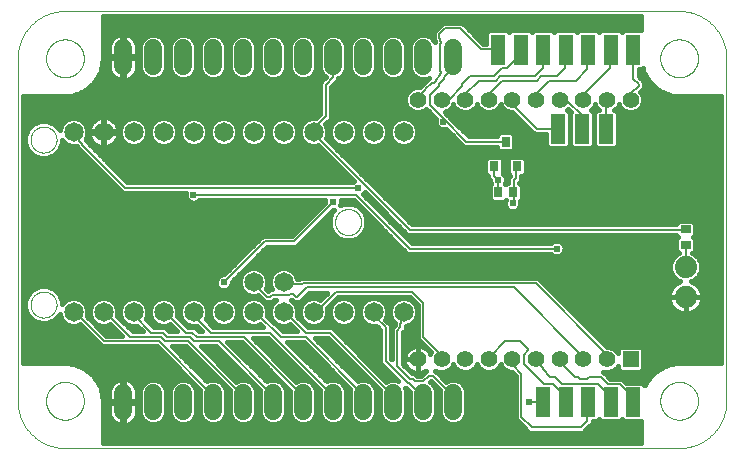
<source format=gbl>
G75*
%MOIN*%
%OFA0B0*%
%FSLAX25Y25*%
%IPPOS*%
%LPD*%
%AMOC8*
5,1,8,0,0,1.08239X$1,22.5*
%
%ADD10C,0.00000*%
%ADD11R,0.02756X0.03543*%
%ADD12R,0.03150X0.03543*%
%ADD13C,0.06496*%
%ADD14C,0.06000*%
%ADD15C,0.05600*%
%ADD16R,0.05600X0.05600*%
%ADD17C,0.07400*%
%ADD18R,0.03543X0.02756*%
%ADD19R,0.05000X0.10000*%
%ADD20C,0.01600*%
%ADD21C,0.03562*%
%ADD22OC8,0.03169*%
%ADD23C,0.03169*%
%ADD24C,0.00800*%
%ADD25C,0.02400*%
D10*
X0059614Y0034156D02*
X0264339Y0034156D01*
X0258040Y0049904D02*
X0258042Y0050062D01*
X0258048Y0050220D01*
X0258058Y0050378D01*
X0258072Y0050536D01*
X0258090Y0050693D01*
X0258111Y0050850D01*
X0258137Y0051006D01*
X0258167Y0051162D01*
X0258200Y0051317D01*
X0258238Y0051470D01*
X0258279Y0051623D01*
X0258324Y0051775D01*
X0258373Y0051926D01*
X0258426Y0052075D01*
X0258482Y0052223D01*
X0258542Y0052369D01*
X0258606Y0052514D01*
X0258674Y0052657D01*
X0258745Y0052799D01*
X0258819Y0052939D01*
X0258897Y0053076D01*
X0258979Y0053212D01*
X0259063Y0053346D01*
X0259152Y0053477D01*
X0259243Y0053606D01*
X0259338Y0053733D01*
X0259435Y0053858D01*
X0259536Y0053980D01*
X0259640Y0054099D01*
X0259747Y0054216D01*
X0259857Y0054330D01*
X0259970Y0054441D01*
X0260085Y0054550D01*
X0260203Y0054655D01*
X0260324Y0054757D01*
X0260447Y0054857D01*
X0260573Y0054953D01*
X0260701Y0055046D01*
X0260831Y0055136D01*
X0260964Y0055222D01*
X0261099Y0055306D01*
X0261235Y0055385D01*
X0261374Y0055462D01*
X0261515Y0055534D01*
X0261657Y0055604D01*
X0261801Y0055669D01*
X0261947Y0055731D01*
X0262094Y0055789D01*
X0262243Y0055844D01*
X0262393Y0055895D01*
X0262544Y0055942D01*
X0262696Y0055985D01*
X0262849Y0056024D01*
X0263004Y0056060D01*
X0263159Y0056091D01*
X0263315Y0056119D01*
X0263471Y0056143D01*
X0263628Y0056163D01*
X0263786Y0056179D01*
X0263943Y0056191D01*
X0264102Y0056199D01*
X0264260Y0056203D01*
X0264418Y0056203D01*
X0264576Y0056199D01*
X0264735Y0056191D01*
X0264892Y0056179D01*
X0265050Y0056163D01*
X0265207Y0056143D01*
X0265363Y0056119D01*
X0265519Y0056091D01*
X0265674Y0056060D01*
X0265829Y0056024D01*
X0265982Y0055985D01*
X0266134Y0055942D01*
X0266285Y0055895D01*
X0266435Y0055844D01*
X0266584Y0055789D01*
X0266731Y0055731D01*
X0266877Y0055669D01*
X0267021Y0055604D01*
X0267163Y0055534D01*
X0267304Y0055462D01*
X0267443Y0055385D01*
X0267579Y0055306D01*
X0267714Y0055222D01*
X0267847Y0055136D01*
X0267977Y0055046D01*
X0268105Y0054953D01*
X0268231Y0054857D01*
X0268354Y0054757D01*
X0268475Y0054655D01*
X0268593Y0054550D01*
X0268708Y0054441D01*
X0268821Y0054330D01*
X0268931Y0054216D01*
X0269038Y0054099D01*
X0269142Y0053980D01*
X0269243Y0053858D01*
X0269340Y0053733D01*
X0269435Y0053606D01*
X0269526Y0053477D01*
X0269615Y0053346D01*
X0269699Y0053212D01*
X0269781Y0053076D01*
X0269859Y0052939D01*
X0269933Y0052799D01*
X0270004Y0052657D01*
X0270072Y0052514D01*
X0270136Y0052369D01*
X0270196Y0052223D01*
X0270252Y0052075D01*
X0270305Y0051926D01*
X0270354Y0051775D01*
X0270399Y0051623D01*
X0270440Y0051470D01*
X0270478Y0051317D01*
X0270511Y0051162D01*
X0270541Y0051006D01*
X0270567Y0050850D01*
X0270588Y0050693D01*
X0270606Y0050536D01*
X0270620Y0050378D01*
X0270630Y0050220D01*
X0270636Y0050062D01*
X0270638Y0049904D01*
X0270636Y0049746D01*
X0270630Y0049588D01*
X0270620Y0049430D01*
X0270606Y0049272D01*
X0270588Y0049115D01*
X0270567Y0048958D01*
X0270541Y0048802D01*
X0270511Y0048646D01*
X0270478Y0048491D01*
X0270440Y0048338D01*
X0270399Y0048185D01*
X0270354Y0048033D01*
X0270305Y0047882D01*
X0270252Y0047733D01*
X0270196Y0047585D01*
X0270136Y0047439D01*
X0270072Y0047294D01*
X0270004Y0047151D01*
X0269933Y0047009D01*
X0269859Y0046869D01*
X0269781Y0046732D01*
X0269699Y0046596D01*
X0269615Y0046462D01*
X0269526Y0046331D01*
X0269435Y0046202D01*
X0269340Y0046075D01*
X0269243Y0045950D01*
X0269142Y0045828D01*
X0269038Y0045709D01*
X0268931Y0045592D01*
X0268821Y0045478D01*
X0268708Y0045367D01*
X0268593Y0045258D01*
X0268475Y0045153D01*
X0268354Y0045051D01*
X0268231Y0044951D01*
X0268105Y0044855D01*
X0267977Y0044762D01*
X0267847Y0044672D01*
X0267714Y0044586D01*
X0267579Y0044502D01*
X0267443Y0044423D01*
X0267304Y0044346D01*
X0267163Y0044274D01*
X0267021Y0044204D01*
X0266877Y0044139D01*
X0266731Y0044077D01*
X0266584Y0044019D01*
X0266435Y0043964D01*
X0266285Y0043913D01*
X0266134Y0043866D01*
X0265982Y0043823D01*
X0265829Y0043784D01*
X0265674Y0043748D01*
X0265519Y0043717D01*
X0265363Y0043689D01*
X0265207Y0043665D01*
X0265050Y0043645D01*
X0264892Y0043629D01*
X0264735Y0043617D01*
X0264576Y0043609D01*
X0264418Y0043605D01*
X0264260Y0043605D01*
X0264102Y0043609D01*
X0263943Y0043617D01*
X0263786Y0043629D01*
X0263628Y0043645D01*
X0263471Y0043665D01*
X0263315Y0043689D01*
X0263159Y0043717D01*
X0263004Y0043748D01*
X0262849Y0043784D01*
X0262696Y0043823D01*
X0262544Y0043866D01*
X0262393Y0043913D01*
X0262243Y0043964D01*
X0262094Y0044019D01*
X0261947Y0044077D01*
X0261801Y0044139D01*
X0261657Y0044204D01*
X0261515Y0044274D01*
X0261374Y0044346D01*
X0261235Y0044423D01*
X0261099Y0044502D01*
X0260964Y0044586D01*
X0260831Y0044672D01*
X0260701Y0044762D01*
X0260573Y0044855D01*
X0260447Y0044951D01*
X0260324Y0045051D01*
X0260203Y0045153D01*
X0260085Y0045258D01*
X0259970Y0045367D01*
X0259857Y0045478D01*
X0259747Y0045592D01*
X0259640Y0045709D01*
X0259536Y0045828D01*
X0259435Y0045950D01*
X0259338Y0046075D01*
X0259243Y0046202D01*
X0259152Y0046331D01*
X0259063Y0046462D01*
X0258979Y0046596D01*
X0258897Y0046732D01*
X0258819Y0046869D01*
X0258745Y0047009D01*
X0258674Y0047151D01*
X0258606Y0047294D01*
X0258542Y0047439D01*
X0258482Y0047585D01*
X0258426Y0047733D01*
X0258373Y0047882D01*
X0258324Y0048033D01*
X0258279Y0048185D01*
X0258238Y0048338D01*
X0258200Y0048491D01*
X0258167Y0048646D01*
X0258137Y0048802D01*
X0258111Y0048958D01*
X0258090Y0049115D01*
X0258072Y0049272D01*
X0258058Y0049430D01*
X0258048Y0049588D01*
X0258042Y0049746D01*
X0258040Y0049904D01*
X0264339Y0034156D02*
X0264720Y0034161D01*
X0265100Y0034174D01*
X0265480Y0034197D01*
X0265859Y0034230D01*
X0266237Y0034271D01*
X0266614Y0034321D01*
X0266990Y0034381D01*
X0267365Y0034449D01*
X0267737Y0034527D01*
X0268108Y0034614D01*
X0268476Y0034709D01*
X0268842Y0034814D01*
X0269205Y0034927D01*
X0269566Y0035049D01*
X0269923Y0035179D01*
X0270277Y0035319D01*
X0270628Y0035466D01*
X0270975Y0035623D01*
X0271318Y0035787D01*
X0271657Y0035960D01*
X0271992Y0036141D01*
X0272323Y0036330D01*
X0272648Y0036527D01*
X0272969Y0036731D01*
X0273285Y0036944D01*
X0273595Y0037164D01*
X0273901Y0037391D01*
X0274200Y0037626D01*
X0274494Y0037868D01*
X0274782Y0038116D01*
X0275064Y0038372D01*
X0275339Y0038635D01*
X0275608Y0038904D01*
X0275871Y0039179D01*
X0276127Y0039461D01*
X0276375Y0039749D01*
X0276617Y0040043D01*
X0276852Y0040342D01*
X0277079Y0040648D01*
X0277299Y0040958D01*
X0277512Y0041274D01*
X0277716Y0041595D01*
X0277913Y0041920D01*
X0278102Y0042251D01*
X0278283Y0042586D01*
X0278456Y0042925D01*
X0278620Y0043268D01*
X0278777Y0043615D01*
X0278924Y0043966D01*
X0279064Y0044320D01*
X0279194Y0044677D01*
X0279316Y0045038D01*
X0279429Y0045401D01*
X0279534Y0045767D01*
X0279629Y0046135D01*
X0279716Y0046506D01*
X0279794Y0046878D01*
X0279862Y0047253D01*
X0279922Y0047629D01*
X0279972Y0048006D01*
X0280013Y0048384D01*
X0280046Y0048763D01*
X0280069Y0049143D01*
X0280082Y0049523D01*
X0280087Y0049904D01*
X0280087Y0164077D01*
X0258040Y0164077D02*
X0258042Y0164235D01*
X0258048Y0164393D01*
X0258058Y0164551D01*
X0258072Y0164709D01*
X0258090Y0164866D01*
X0258111Y0165023D01*
X0258137Y0165179D01*
X0258167Y0165335D01*
X0258200Y0165490D01*
X0258238Y0165643D01*
X0258279Y0165796D01*
X0258324Y0165948D01*
X0258373Y0166099D01*
X0258426Y0166248D01*
X0258482Y0166396D01*
X0258542Y0166542D01*
X0258606Y0166687D01*
X0258674Y0166830D01*
X0258745Y0166972D01*
X0258819Y0167112D01*
X0258897Y0167249D01*
X0258979Y0167385D01*
X0259063Y0167519D01*
X0259152Y0167650D01*
X0259243Y0167779D01*
X0259338Y0167906D01*
X0259435Y0168031D01*
X0259536Y0168153D01*
X0259640Y0168272D01*
X0259747Y0168389D01*
X0259857Y0168503D01*
X0259970Y0168614D01*
X0260085Y0168723D01*
X0260203Y0168828D01*
X0260324Y0168930D01*
X0260447Y0169030D01*
X0260573Y0169126D01*
X0260701Y0169219D01*
X0260831Y0169309D01*
X0260964Y0169395D01*
X0261099Y0169479D01*
X0261235Y0169558D01*
X0261374Y0169635D01*
X0261515Y0169707D01*
X0261657Y0169777D01*
X0261801Y0169842D01*
X0261947Y0169904D01*
X0262094Y0169962D01*
X0262243Y0170017D01*
X0262393Y0170068D01*
X0262544Y0170115D01*
X0262696Y0170158D01*
X0262849Y0170197D01*
X0263004Y0170233D01*
X0263159Y0170264D01*
X0263315Y0170292D01*
X0263471Y0170316D01*
X0263628Y0170336D01*
X0263786Y0170352D01*
X0263943Y0170364D01*
X0264102Y0170372D01*
X0264260Y0170376D01*
X0264418Y0170376D01*
X0264576Y0170372D01*
X0264735Y0170364D01*
X0264892Y0170352D01*
X0265050Y0170336D01*
X0265207Y0170316D01*
X0265363Y0170292D01*
X0265519Y0170264D01*
X0265674Y0170233D01*
X0265829Y0170197D01*
X0265982Y0170158D01*
X0266134Y0170115D01*
X0266285Y0170068D01*
X0266435Y0170017D01*
X0266584Y0169962D01*
X0266731Y0169904D01*
X0266877Y0169842D01*
X0267021Y0169777D01*
X0267163Y0169707D01*
X0267304Y0169635D01*
X0267443Y0169558D01*
X0267579Y0169479D01*
X0267714Y0169395D01*
X0267847Y0169309D01*
X0267977Y0169219D01*
X0268105Y0169126D01*
X0268231Y0169030D01*
X0268354Y0168930D01*
X0268475Y0168828D01*
X0268593Y0168723D01*
X0268708Y0168614D01*
X0268821Y0168503D01*
X0268931Y0168389D01*
X0269038Y0168272D01*
X0269142Y0168153D01*
X0269243Y0168031D01*
X0269340Y0167906D01*
X0269435Y0167779D01*
X0269526Y0167650D01*
X0269615Y0167519D01*
X0269699Y0167385D01*
X0269781Y0167249D01*
X0269859Y0167112D01*
X0269933Y0166972D01*
X0270004Y0166830D01*
X0270072Y0166687D01*
X0270136Y0166542D01*
X0270196Y0166396D01*
X0270252Y0166248D01*
X0270305Y0166099D01*
X0270354Y0165948D01*
X0270399Y0165796D01*
X0270440Y0165643D01*
X0270478Y0165490D01*
X0270511Y0165335D01*
X0270541Y0165179D01*
X0270567Y0165023D01*
X0270588Y0164866D01*
X0270606Y0164709D01*
X0270620Y0164551D01*
X0270630Y0164393D01*
X0270636Y0164235D01*
X0270638Y0164077D01*
X0270636Y0163919D01*
X0270630Y0163761D01*
X0270620Y0163603D01*
X0270606Y0163445D01*
X0270588Y0163288D01*
X0270567Y0163131D01*
X0270541Y0162975D01*
X0270511Y0162819D01*
X0270478Y0162664D01*
X0270440Y0162511D01*
X0270399Y0162358D01*
X0270354Y0162206D01*
X0270305Y0162055D01*
X0270252Y0161906D01*
X0270196Y0161758D01*
X0270136Y0161612D01*
X0270072Y0161467D01*
X0270004Y0161324D01*
X0269933Y0161182D01*
X0269859Y0161042D01*
X0269781Y0160905D01*
X0269699Y0160769D01*
X0269615Y0160635D01*
X0269526Y0160504D01*
X0269435Y0160375D01*
X0269340Y0160248D01*
X0269243Y0160123D01*
X0269142Y0160001D01*
X0269038Y0159882D01*
X0268931Y0159765D01*
X0268821Y0159651D01*
X0268708Y0159540D01*
X0268593Y0159431D01*
X0268475Y0159326D01*
X0268354Y0159224D01*
X0268231Y0159124D01*
X0268105Y0159028D01*
X0267977Y0158935D01*
X0267847Y0158845D01*
X0267714Y0158759D01*
X0267579Y0158675D01*
X0267443Y0158596D01*
X0267304Y0158519D01*
X0267163Y0158447D01*
X0267021Y0158377D01*
X0266877Y0158312D01*
X0266731Y0158250D01*
X0266584Y0158192D01*
X0266435Y0158137D01*
X0266285Y0158086D01*
X0266134Y0158039D01*
X0265982Y0157996D01*
X0265829Y0157957D01*
X0265674Y0157921D01*
X0265519Y0157890D01*
X0265363Y0157862D01*
X0265207Y0157838D01*
X0265050Y0157818D01*
X0264892Y0157802D01*
X0264735Y0157790D01*
X0264576Y0157782D01*
X0264418Y0157778D01*
X0264260Y0157778D01*
X0264102Y0157782D01*
X0263943Y0157790D01*
X0263786Y0157802D01*
X0263628Y0157818D01*
X0263471Y0157838D01*
X0263315Y0157862D01*
X0263159Y0157890D01*
X0263004Y0157921D01*
X0262849Y0157957D01*
X0262696Y0157996D01*
X0262544Y0158039D01*
X0262393Y0158086D01*
X0262243Y0158137D01*
X0262094Y0158192D01*
X0261947Y0158250D01*
X0261801Y0158312D01*
X0261657Y0158377D01*
X0261515Y0158447D01*
X0261374Y0158519D01*
X0261235Y0158596D01*
X0261099Y0158675D01*
X0260964Y0158759D01*
X0260831Y0158845D01*
X0260701Y0158935D01*
X0260573Y0159028D01*
X0260447Y0159124D01*
X0260324Y0159224D01*
X0260203Y0159326D01*
X0260085Y0159431D01*
X0259970Y0159540D01*
X0259857Y0159651D01*
X0259747Y0159765D01*
X0259640Y0159882D01*
X0259536Y0160001D01*
X0259435Y0160123D01*
X0259338Y0160248D01*
X0259243Y0160375D01*
X0259152Y0160504D01*
X0259063Y0160635D01*
X0258979Y0160769D01*
X0258897Y0160905D01*
X0258819Y0161042D01*
X0258745Y0161182D01*
X0258674Y0161324D01*
X0258606Y0161467D01*
X0258542Y0161612D01*
X0258482Y0161758D01*
X0258426Y0161906D01*
X0258373Y0162055D01*
X0258324Y0162206D01*
X0258279Y0162358D01*
X0258238Y0162511D01*
X0258200Y0162664D01*
X0258167Y0162819D01*
X0258137Y0162975D01*
X0258111Y0163131D01*
X0258090Y0163288D01*
X0258072Y0163445D01*
X0258058Y0163603D01*
X0258048Y0163761D01*
X0258042Y0163919D01*
X0258040Y0164077D01*
X0264339Y0179825D02*
X0264720Y0179820D01*
X0265100Y0179807D01*
X0265480Y0179784D01*
X0265859Y0179751D01*
X0266237Y0179710D01*
X0266614Y0179660D01*
X0266990Y0179600D01*
X0267365Y0179532D01*
X0267737Y0179454D01*
X0268108Y0179367D01*
X0268476Y0179272D01*
X0268842Y0179167D01*
X0269205Y0179054D01*
X0269566Y0178932D01*
X0269923Y0178802D01*
X0270277Y0178662D01*
X0270628Y0178515D01*
X0270975Y0178358D01*
X0271318Y0178194D01*
X0271657Y0178021D01*
X0271992Y0177840D01*
X0272323Y0177651D01*
X0272648Y0177454D01*
X0272969Y0177250D01*
X0273285Y0177037D01*
X0273595Y0176817D01*
X0273901Y0176590D01*
X0274200Y0176355D01*
X0274494Y0176113D01*
X0274782Y0175865D01*
X0275064Y0175609D01*
X0275339Y0175346D01*
X0275608Y0175077D01*
X0275871Y0174802D01*
X0276127Y0174520D01*
X0276375Y0174232D01*
X0276617Y0173938D01*
X0276852Y0173639D01*
X0277079Y0173333D01*
X0277299Y0173023D01*
X0277512Y0172707D01*
X0277716Y0172386D01*
X0277913Y0172061D01*
X0278102Y0171730D01*
X0278283Y0171395D01*
X0278456Y0171056D01*
X0278620Y0170713D01*
X0278777Y0170366D01*
X0278924Y0170015D01*
X0279064Y0169661D01*
X0279194Y0169304D01*
X0279316Y0168943D01*
X0279429Y0168580D01*
X0279534Y0168214D01*
X0279629Y0167846D01*
X0279716Y0167475D01*
X0279794Y0167103D01*
X0279862Y0166728D01*
X0279922Y0166352D01*
X0279972Y0165975D01*
X0280013Y0165597D01*
X0280046Y0165218D01*
X0280069Y0164838D01*
X0280082Y0164458D01*
X0280087Y0164077D01*
X0280082Y0164458D01*
X0280069Y0164838D01*
X0280046Y0165218D01*
X0280013Y0165597D01*
X0279972Y0165975D01*
X0279922Y0166352D01*
X0279862Y0166728D01*
X0279794Y0167103D01*
X0279716Y0167475D01*
X0279629Y0167846D01*
X0279534Y0168214D01*
X0279429Y0168580D01*
X0279316Y0168943D01*
X0279194Y0169304D01*
X0279064Y0169661D01*
X0278924Y0170015D01*
X0278777Y0170366D01*
X0278620Y0170713D01*
X0278456Y0171056D01*
X0278283Y0171395D01*
X0278102Y0171730D01*
X0277913Y0172061D01*
X0277716Y0172386D01*
X0277512Y0172707D01*
X0277299Y0173023D01*
X0277079Y0173333D01*
X0276852Y0173639D01*
X0276617Y0173938D01*
X0276375Y0174232D01*
X0276127Y0174520D01*
X0275871Y0174802D01*
X0275608Y0175077D01*
X0275339Y0175346D01*
X0275064Y0175609D01*
X0274782Y0175865D01*
X0274494Y0176113D01*
X0274200Y0176355D01*
X0273901Y0176590D01*
X0273595Y0176817D01*
X0273285Y0177037D01*
X0272969Y0177250D01*
X0272648Y0177454D01*
X0272323Y0177651D01*
X0271992Y0177840D01*
X0271657Y0178021D01*
X0271318Y0178194D01*
X0270975Y0178358D01*
X0270628Y0178515D01*
X0270277Y0178662D01*
X0269923Y0178802D01*
X0269566Y0178932D01*
X0269205Y0179054D01*
X0268842Y0179167D01*
X0268476Y0179272D01*
X0268108Y0179367D01*
X0267737Y0179454D01*
X0267365Y0179532D01*
X0266990Y0179600D01*
X0266614Y0179660D01*
X0266237Y0179710D01*
X0265859Y0179751D01*
X0265480Y0179784D01*
X0265100Y0179807D01*
X0264720Y0179820D01*
X0264339Y0179825D01*
X0059614Y0179825D01*
X0053315Y0164077D02*
X0053317Y0164235D01*
X0053323Y0164393D01*
X0053333Y0164551D01*
X0053347Y0164709D01*
X0053365Y0164866D01*
X0053386Y0165023D01*
X0053412Y0165179D01*
X0053442Y0165335D01*
X0053475Y0165490D01*
X0053513Y0165643D01*
X0053554Y0165796D01*
X0053599Y0165948D01*
X0053648Y0166099D01*
X0053701Y0166248D01*
X0053757Y0166396D01*
X0053817Y0166542D01*
X0053881Y0166687D01*
X0053949Y0166830D01*
X0054020Y0166972D01*
X0054094Y0167112D01*
X0054172Y0167249D01*
X0054254Y0167385D01*
X0054338Y0167519D01*
X0054427Y0167650D01*
X0054518Y0167779D01*
X0054613Y0167906D01*
X0054710Y0168031D01*
X0054811Y0168153D01*
X0054915Y0168272D01*
X0055022Y0168389D01*
X0055132Y0168503D01*
X0055245Y0168614D01*
X0055360Y0168723D01*
X0055478Y0168828D01*
X0055599Y0168930D01*
X0055722Y0169030D01*
X0055848Y0169126D01*
X0055976Y0169219D01*
X0056106Y0169309D01*
X0056239Y0169395D01*
X0056374Y0169479D01*
X0056510Y0169558D01*
X0056649Y0169635D01*
X0056790Y0169707D01*
X0056932Y0169777D01*
X0057076Y0169842D01*
X0057222Y0169904D01*
X0057369Y0169962D01*
X0057518Y0170017D01*
X0057668Y0170068D01*
X0057819Y0170115D01*
X0057971Y0170158D01*
X0058124Y0170197D01*
X0058279Y0170233D01*
X0058434Y0170264D01*
X0058590Y0170292D01*
X0058746Y0170316D01*
X0058903Y0170336D01*
X0059061Y0170352D01*
X0059218Y0170364D01*
X0059377Y0170372D01*
X0059535Y0170376D01*
X0059693Y0170376D01*
X0059851Y0170372D01*
X0060010Y0170364D01*
X0060167Y0170352D01*
X0060325Y0170336D01*
X0060482Y0170316D01*
X0060638Y0170292D01*
X0060794Y0170264D01*
X0060949Y0170233D01*
X0061104Y0170197D01*
X0061257Y0170158D01*
X0061409Y0170115D01*
X0061560Y0170068D01*
X0061710Y0170017D01*
X0061859Y0169962D01*
X0062006Y0169904D01*
X0062152Y0169842D01*
X0062296Y0169777D01*
X0062438Y0169707D01*
X0062579Y0169635D01*
X0062718Y0169558D01*
X0062854Y0169479D01*
X0062989Y0169395D01*
X0063122Y0169309D01*
X0063252Y0169219D01*
X0063380Y0169126D01*
X0063506Y0169030D01*
X0063629Y0168930D01*
X0063750Y0168828D01*
X0063868Y0168723D01*
X0063983Y0168614D01*
X0064096Y0168503D01*
X0064206Y0168389D01*
X0064313Y0168272D01*
X0064417Y0168153D01*
X0064518Y0168031D01*
X0064615Y0167906D01*
X0064710Y0167779D01*
X0064801Y0167650D01*
X0064890Y0167519D01*
X0064974Y0167385D01*
X0065056Y0167249D01*
X0065134Y0167112D01*
X0065208Y0166972D01*
X0065279Y0166830D01*
X0065347Y0166687D01*
X0065411Y0166542D01*
X0065471Y0166396D01*
X0065527Y0166248D01*
X0065580Y0166099D01*
X0065629Y0165948D01*
X0065674Y0165796D01*
X0065715Y0165643D01*
X0065753Y0165490D01*
X0065786Y0165335D01*
X0065816Y0165179D01*
X0065842Y0165023D01*
X0065863Y0164866D01*
X0065881Y0164709D01*
X0065895Y0164551D01*
X0065905Y0164393D01*
X0065911Y0164235D01*
X0065913Y0164077D01*
X0065911Y0163919D01*
X0065905Y0163761D01*
X0065895Y0163603D01*
X0065881Y0163445D01*
X0065863Y0163288D01*
X0065842Y0163131D01*
X0065816Y0162975D01*
X0065786Y0162819D01*
X0065753Y0162664D01*
X0065715Y0162511D01*
X0065674Y0162358D01*
X0065629Y0162206D01*
X0065580Y0162055D01*
X0065527Y0161906D01*
X0065471Y0161758D01*
X0065411Y0161612D01*
X0065347Y0161467D01*
X0065279Y0161324D01*
X0065208Y0161182D01*
X0065134Y0161042D01*
X0065056Y0160905D01*
X0064974Y0160769D01*
X0064890Y0160635D01*
X0064801Y0160504D01*
X0064710Y0160375D01*
X0064615Y0160248D01*
X0064518Y0160123D01*
X0064417Y0160001D01*
X0064313Y0159882D01*
X0064206Y0159765D01*
X0064096Y0159651D01*
X0063983Y0159540D01*
X0063868Y0159431D01*
X0063750Y0159326D01*
X0063629Y0159224D01*
X0063506Y0159124D01*
X0063380Y0159028D01*
X0063252Y0158935D01*
X0063122Y0158845D01*
X0062989Y0158759D01*
X0062854Y0158675D01*
X0062718Y0158596D01*
X0062579Y0158519D01*
X0062438Y0158447D01*
X0062296Y0158377D01*
X0062152Y0158312D01*
X0062006Y0158250D01*
X0061859Y0158192D01*
X0061710Y0158137D01*
X0061560Y0158086D01*
X0061409Y0158039D01*
X0061257Y0157996D01*
X0061104Y0157957D01*
X0060949Y0157921D01*
X0060794Y0157890D01*
X0060638Y0157862D01*
X0060482Y0157838D01*
X0060325Y0157818D01*
X0060167Y0157802D01*
X0060010Y0157790D01*
X0059851Y0157782D01*
X0059693Y0157778D01*
X0059535Y0157778D01*
X0059377Y0157782D01*
X0059218Y0157790D01*
X0059061Y0157802D01*
X0058903Y0157818D01*
X0058746Y0157838D01*
X0058590Y0157862D01*
X0058434Y0157890D01*
X0058279Y0157921D01*
X0058124Y0157957D01*
X0057971Y0157996D01*
X0057819Y0158039D01*
X0057668Y0158086D01*
X0057518Y0158137D01*
X0057369Y0158192D01*
X0057222Y0158250D01*
X0057076Y0158312D01*
X0056932Y0158377D01*
X0056790Y0158447D01*
X0056649Y0158519D01*
X0056510Y0158596D01*
X0056374Y0158675D01*
X0056239Y0158759D01*
X0056106Y0158845D01*
X0055976Y0158935D01*
X0055848Y0159028D01*
X0055722Y0159124D01*
X0055599Y0159224D01*
X0055478Y0159326D01*
X0055360Y0159431D01*
X0055245Y0159540D01*
X0055132Y0159651D01*
X0055022Y0159765D01*
X0054915Y0159882D01*
X0054811Y0160001D01*
X0054710Y0160123D01*
X0054613Y0160248D01*
X0054518Y0160375D01*
X0054427Y0160504D01*
X0054338Y0160635D01*
X0054254Y0160769D01*
X0054172Y0160905D01*
X0054094Y0161042D01*
X0054020Y0161182D01*
X0053949Y0161324D01*
X0053881Y0161467D01*
X0053817Y0161612D01*
X0053757Y0161758D01*
X0053701Y0161906D01*
X0053648Y0162055D01*
X0053599Y0162206D01*
X0053554Y0162358D01*
X0053513Y0162511D01*
X0053475Y0162664D01*
X0053442Y0162819D01*
X0053412Y0162975D01*
X0053386Y0163131D01*
X0053365Y0163288D01*
X0053347Y0163445D01*
X0053333Y0163603D01*
X0053323Y0163761D01*
X0053317Y0163919D01*
X0053315Y0164077D01*
X0043866Y0164077D02*
X0043871Y0164458D01*
X0043884Y0164838D01*
X0043907Y0165218D01*
X0043940Y0165597D01*
X0043981Y0165975D01*
X0044031Y0166352D01*
X0044091Y0166728D01*
X0044159Y0167103D01*
X0044237Y0167475D01*
X0044324Y0167846D01*
X0044419Y0168214D01*
X0044524Y0168580D01*
X0044637Y0168943D01*
X0044759Y0169304D01*
X0044889Y0169661D01*
X0045029Y0170015D01*
X0045176Y0170366D01*
X0045333Y0170713D01*
X0045497Y0171056D01*
X0045670Y0171395D01*
X0045851Y0171730D01*
X0046040Y0172061D01*
X0046237Y0172386D01*
X0046441Y0172707D01*
X0046654Y0173023D01*
X0046874Y0173333D01*
X0047101Y0173639D01*
X0047336Y0173938D01*
X0047578Y0174232D01*
X0047826Y0174520D01*
X0048082Y0174802D01*
X0048345Y0175077D01*
X0048614Y0175346D01*
X0048889Y0175609D01*
X0049171Y0175865D01*
X0049459Y0176113D01*
X0049753Y0176355D01*
X0050052Y0176590D01*
X0050358Y0176817D01*
X0050668Y0177037D01*
X0050984Y0177250D01*
X0051305Y0177454D01*
X0051630Y0177651D01*
X0051961Y0177840D01*
X0052296Y0178021D01*
X0052635Y0178194D01*
X0052978Y0178358D01*
X0053325Y0178515D01*
X0053676Y0178662D01*
X0054030Y0178802D01*
X0054387Y0178932D01*
X0054748Y0179054D01*
X0055111Y0179167D01*
X0055477Y0179272D01*
X0055845Y0179367D01*
X0056216Y0179454D01*
X0056588Y0179532D01*
X0056963Y0179600D01*
X0057339Y0179660D01*
X0057716Y0179710D01*
X0058094Y0179751D01*
X0058473Y0179784D01*
X0058853Y0179807D01*
X0059233Y0179820D01*
X0059614Y0179825D01*
X0059233Y0179820D01*
X0058853Y0179807D01*
X0058473Y0179784D01*
X0058094Y0179751D01*
X0057716Y0179710D01*
X0057339Y0179660D01*
X0056963Y0179600D01*
X0056588Y0179532D01*
X0056216Y0179454D01*
X0055845Y0179367D01*
X0055477Y0179272D01*
X0055111Y0179167D01*
X0054748Y0179054D01*
X0054387Y0178932D01*
X0054030Y0178802D01*
X0053676Y0178662D01*
X0053325Y0178515D01*
X0052978Y0178358D01*
X0052635Y0178194D01*
X0052296Y0178021D01*
X0051961Y0177840D01*
X0051630Y0177651D01*
X0051305Y0177454D01*
X0050984Y0177250D01*
X0050668Y0177037D01*
X0050358Y0176817D01*
X0050052Y0176590D01*
X0049753Y0176355D01*
X0049459Y0176113D01*
X0049171Y0175865D01*
X0048889Y0175609D01*
X0048614Y0175346D01*
X0048345Y0175077D01*
X0048082Y0174802D01*
X0047826Y0174520D01*
X0047578Y0174232D01*
X0047336Y0173938D01*
X0047101Y0173639D01*
X0046874Y0173333D01*
X0046654Y0173023D01*
X0046441Y0172707D01*
X0046237Y0172386D01*
X0046040Y0172061D01*
X0045851Y0171730D01*
X0045670Y0171395D01*
X0045497Y0171056D01*
X0045333Y0170713D01*
X0045176Y0170366D01*
X0045029Y0170015D01*
X0044889Y0169661D01*
X0044759Y0169304D01*
X0044637Y0168943D01*
X0044524Y0168580D01*
X0044419Y0168214D01*
X0044324Y0167846D01*
X0044237Y0167475D01*
X0044159Y0167103D01*
X0044091Y0166728D01*
X0044031Y0166352D01*
X0043981Y0165975D01*
X0043940Y0165597D01*
X0043907Y0165218D01*
X0043884Y0164838D01*
X0043871Y0164458D01*
X0043866Y0164077D01*
X0043866Y0049904D01*
X0053315Y0049904D02*
X0053317Y0050062D01*
X0053323Y0050220D01*
X0053333Y0050378D01*
X0053347Y0050536D01*
X0053365Y0050693D01*
X0053386Y0050850D01*
X0053412Y0051006D01*
X0053442Y0051162D01*
X0053475Y0051317D01*
X0053513Y0051470D01*
X0053554Y0051623D01*
X0053599Y0051775D01*
X0053648Y0051926D01*
X0053701Y0052075D01*
X0053757Y0052223D01*
X0053817Y0052369D01*
X0053881Y0052514D01*
X0053949Y0052657D01*
X0054020Y0052799D01*
X0054094Y0052939D01*
X0054172Y0053076D01*
X0054254Y0053212D01*
X0054338Y0053346D01*
X0054427Y0053477D01*
X0054518Y0053606D01*
X0054613Y0053733D01*
X0054710Y0053858D01*
X0054811Y0053980D01*
X0054915Y0054099D01*
X0055022Y0054216D01*
X0055132Y0054330D01*
X0055245Y0054441D01*
X0055360Y0054550D01*
X0055478Y0054655D01*
X0055599Y0054757D01*
X0055722Y0054857D01*
X0055848Y0054953D01*
X0055976Y0055046D01*
X0056106Y0055136D01*
X0056239Y0055222D01*
X0056374Y0055306D01*
X0056510Y0055385D01*
X0056649Y0055462D01*
X0056790Y0055534D01*
X0056932Y0055604D01*
X0057076Y0055669D01*
X0057222Y0055731D01*
X0057369Y0055789D01*
X0057518Y0055844D01*
X0057668Y0055895D01*
X0057819Y0055942D01*
X0057971Y0055985D01*
X0058124Y0056024D01*
X0058279Y0056060D01*
X0058434Y0056091D01*
X0058590Y0056119D01*
X0058746Y0056143D01*
X0058903Y0056163D01*
X0059061Y0056179D01*
X0059218Y0056191D01*
X0059377Y0056199D01*
X0059535Y0056203D01*
X0059693Y0056203D01*
X0059851Y0056199D01*
X0060010Y0056191D01*
X0060167Y0056179D01*
X0060325Y0056163D01*
X0060482Y0056143D01*
X0060638Y0056119D01*
X0060794Y0056091D01*
X0060949Y0056060D01*
X0061104Y0056024D01*
X0061257Y0055985D01*
X0061409Y0055942D01*
X0061560Y0055895D01*
X0061710Y0055844D01*
X0061859Y0055789D01*
X0062006Y0055731D01*
X0062152Y0055669D01*
X0062296Y0055604D01*
X0062438Y0055534D01*
X0062579Y0055462D01*
X0062718Y0055385D01*
X0062854Y0055306D01*
X0062989Y0055222D01*
X0063122Y0055136D01*
X0063252Y0055046D01*
X0063380Y0054953D01*
X0063506Y0054857D01*
X0063629Y0054757D01*
X0063750Y0054655D01*
X0063868Y0054550D01*
X0063983Y0054441D01*
X0064096Y0054330D01*
X0064206Y0054216D01*
X0064313Y0054099D01*
X0064417Y0053980D01*
X0064518Y0053858D01*
X0064615Y0053733D01*
X0064710Y0053606D01*
X0064801Y0053477D01*
X0064890Y0053346D01*
X0064974Y0053212D01*
X0065056Y0053076D01*
X0065134Y0052939D01*
X0065208Y0052799D01*
X0065279Y0052657D01*
X0065347Y0052514D01*
X0065411Y0052369D01*
X0065471Y0052223D01*
X0065527Y0052075D01*
X0065580Y0051926D01*
X0065629Y0051775D01*
X0065674Y0051623D01*
X0065715Y0051470D01*
X0065753Y0051317D01*
X0065786Y0051162D01*
X0065816Y0051006D01*
X0065842Y0050850D01*
X0065863Y0050693D01*
X0065881Y0050536D01*
X0065895Y0050378D01*
X0065905Y0050220D01*
X0065911Y0050062D01*
X0065913Y0049904D01*
X0065911Y0049746D01*
X0065905Y0049588D01*
X0065895Y0049430D01*
X0065881Y0049272D01*
X0065863Y0049115D01*
X0065842Y0048958D01*
X0065816Y0048802D01*
X0065786Y0048646D01*
X0065753Y0048491D01*
X0065715Y0048338D01*
X0065674Y0048185D01*
X0065629Y0048033D01*
X0065580Y0047882D01*
X0065527Y0047733D01*
X0065471Y0047585D01*
X0065411Y0047439D01*
X0065347Y0047294D01*
X0065279Y0047151D01*
X0065208Y0047009D01*
X0065134Y0046869D01*
X0065056Y0046732D01*
X0064974Y0046596D01*
X0064890Y0046462D01*
X0064801Y0046331D01*
X0064710Y0046202D01*
X0064615Y0046075D01*
X0064518Y0045950D01*
X0064417Y0045828D01*
X0064313Y0045709D01*
X0064206Y0045592D01*
X0064096Y0045478D01*
X0063983Y0045367D01*
X0063868Y0045258D01*
X0063750Y0045153D01*
X0063629Y0045051D01*
X0063506Y0044951D01*
X0063380Y0044855D01*
X0063252Y0044762D01*
X0063122Y0044672D01*
X0062989Y0044586D01*
X0062854Y0044502D01*
X0062718Y0044423D01*
X0062579Y0044346D01*
X0062438Y0044274D01*
X0062296Y0044204D01*
X0062152Y0044139D01*
X0062006Y0044077D01*
X0061859Y0044019D01*
X0061710Y0043964D01*
X0061560Y0043913D01*
X0061409Y0043866D01*
X0061257Y0043823D01*
X0061104Y0043784D01*
X0060949Y0043748D01*
X0060794Y0043717D01*
X0060638Y0043689D01*
X0060482Y0043665D01*
X0060325Y0043645D01*
X0060167Y0043629D01*
X0060010Y0043617D01*
X0059851Y0043609D01*
X0059693Y0043605D01*
X0059535Y0043605D01*
X0059377Y0043609D01*
X0059218Y0043617D01*
X0059061Y0043629D01*
X0058903Y0043645D01*
X0058746Y0043665D01*
X0058590Y0043689D01*
X0058434Y0043717D01*
X0058279Y0043748D01*
X0058124Y0043784D01*
X0057971Y0043823D01*
X0057819Y0043866D01*
X0057668Y0043913D01*
X0057518Y0043964D01*
X0057369Y0044019D01*
X0057222Y0044077D01*
X0057076Y0044139D01*
X0056932Y0044204D01*
X0056790Y0044274D01*
X0056649Y0044346D01*
X0056510Y0044423D01*
X0056374Y0044502D01*
X0056239Y0044586D01*
X0056106Y0044672D01*
X0055976Y0044762D01*
X0055848Y0044855D01*
X0055722Y0044951D01*
X0055599Y0045051D01*
X0055478Y0045153D01*
X0055360Y0045258D01*
X0055245Y0045367D01*
X0055132Y0045478D01*
X0055022Y0045592D01*
X0054915Y0045709D01*
X0054811Y0045828D01*
X0054710Y0045950D01*
X0054613Y0046075D01*
X0054518Y0046202D01*
X0054427Y0046331D01*
X0054338Y0046462D01*
X0054254Y0046596D01*
X0054172Y0046732D01*
X0054094Y0046869D01*
X0054020Y0047009D01*
X0053949Y0047151D01*
X0053881Y0047294D01*
X0053817Y0047439D01*
X0053757Y0047585D01*
X0053701Y0047733D01*
X0053648Y0047882D01*
X0053599Y0048033D01*
X0053554Y0048185D01*
X0053513Y0048338D01*
X0053475Y0048491D01*
X0053442Y0048646D01*
X0053412Y0048802D01*
X0053386Y0048958D01*
X0053365Y0049115D01*
X0053347Y0049272D01*
X0053333Y0049430D01*
X0053323Y0049588D01*
X0053317Y0049746D01*
X0053315Y0049904D01*
X0043866Y0049904D02*
X0043871Y0049523D01*
X0043884Y0049143D01*
X0043907Y0048763D01*
X0043940Y0048384D01*
X0043981Y0048006D01*
X0044031Y0047629D01*
X0044091Y0047253D01*
X0044159Y0046878D01*
X0044237Y0046506D01*
X0044324Y0046135D01*
X0044419Y0045767D01*
X0044524Y0045401D01*
X0044637Y0045038D01*
X0044759Y0044677D01*
X0044889Y0044320D01*
X0045029Y0043966D01*
X0045176Y0043615D01*
X0045333Y0043268D01*
X0045497Y0042925D01*
X0045670Y0042586D01*
X0045851Y0042251D01*
X0046040Y0041920D01*
X0046237Y0041595D01*
X0046441Y0041274D01*
X0046654Y0040958D01*
X0046874Y0040648D01*
X0047101Y0040342D01*
X0047336Y0040043D01*
X0047578Y0039749D01*
X0047826Y0039461D01*
X0048082Y0039179D01*
X0048345Y0038904D01*
X0048614Y0038635D01*
X0048889Y0038372D01*
X0049171Y0038116D01*
X0049459Y0037868D01*
X0049753Y0037626D01*
X0050052Y0037391D01*
X0050358Y0037164D01*
X0050668Y0036944D01*
X0050984Y0036731D01*
X0051305Y0036527D01*
X0051630Y0036330D01*
X0051961Y0036141D01*
X0052296Y0035960D01*
X0052635Y0035787D01*
X0052978Y0035623D01*
X0053325Y0035466D01*
X0053676Y0035319D01*
X0054030Y0035179D01*
X0054387Y0035049D01*
X0054748Y0034927D01*
X0055111Y0034814D01*
X0055477Y0034709D01*
X0055845Y0034614D01*
X0056216Y0034527D01*
X0056588Y0034449D01*
X0056963Y0034381D01*
X0057339Y0034321D01*
X0057716Y0034271D01*
X0058094Y0034230D01*
X0058473Y0034197D01*
X0058853Y0034174D01*
X0059233Y0034161D01*
X0059614Y0034156D01*
X0059233Y0034161D01*
X0058853Y0034174D01*
X0058473Y0034197D01*
X0058094Y0034230D01*
X0057716Y0034271D01*
X0057339Y0034321D01*
X0056963Y0034381D01*
X0056588Y0034449D01*
X0056216Y0034527D01*
X0055845Y0034614D01*
X0055477Y0034709D01*
X0055111Y0034814D01*
X0054748Y0034927D01*
X0054387Y0035049D01*
X0054030Y0035179D01*
X0053676Y0035319D01*
X0053325Y0035466D01*
X0052978Y0035623D01*
X0052635Y0035787D01*
X0052296Y0035960D01*
X0051961Y0036141D01*
X0051630Y0036330D01*
X0051305Y0036527D01*
X0050984Y0036731D01*
X0050668Y0036944D01*
X0050358Y0037164D01*
X0050052Y0037391D01*
X0049753Y0037626D01*
X0049459Y0037868D01*
X0049171Y0038116D01*
X0048889Y0038372D01*
X0048614Y0038635D01*
X0048345Y0038904D01*
X0048082Y0039179D01*
X0047826Y0039461D01*
X0047578Y0039749D01*
X0047336Y0040043D01*
X0047101Y0040342D01*
X0046874Y0040648D01*
X0046654Y0040958D01*
X0046441Y0041274D01*
X0046237Y0041595D01*
X0046040Y0041920D01*
X0045851Y0042251D01*
X0045670Y0042586D01*
X0045497Y0042925D01*
X0045333Y0043268D01*
X0045176Y0043615D01*
X0045029Y0043966D01*
X0044889Y0044320D01*
X0044759Y0044677D01*
X0044637Y0045038D01*
X0044524Y0045401D01*
X0044419Y0045767D01*
X0044324Y0046135D01*
X0044237Y0046506D01*
X0044159Y0046878D01*
X0044091Y0047253D01*
X0044031Y0047629D01*
X0043981Y0048006D01*
X0043940Y0048384D01*
X0043907Y0048763D01*
X0043884Y0049143D01*
X0043871Y0049523D01*
X0043866Y0049904D01*
X0048145Y0081991D02*
X0048147Y0082122D01*
X0048153Y0082254D01*
X0048163Y0082385D01*
X0048177Y0082516D01*
X0048195Y0082646D01*
X0048217Y0082775D01*
X0048242Y0082904D01*
X0048272Y0083032D01*
X0048306Y0083159D01*
X0048343Y0083286D01*
X0048384Y0083410D01*
X0048429Y0083534D01*
X0048478Y0083656D01*
X0048530Y0083777D01*
X0048586Y0083895D01*
X0048646Y0084013D01*
X0048709Y0084128D01*
X0048776Y0084241D01*
X0048846Y0084353D01*
X0048919Y0084462D01*
X0048995Y0084568D01*
X0049075Y0084673D01*
X0049158Y0084775D01*
X0049244Y0084874D01*
X0049333Y0084971D01*
X0049425Y0085065D01*
X0049520Y0085156D01*
X0049617Y0085245D01*
X0049717Y0085330D01*
X0049820Y0085412D01*
X0049925Y0085491D01*
X0050032Y0085567D01*
X0050142Y0085639D01*
X0050254Y0085708D01*
X0050368Y0085774D01*
X0050483Y0085836D01*
X0050601Y0085895D01*
X0050720Y0085950D01*
X0050841Y0086002D01*
X0050964Y0086049D01*
X0051088Y0086093D01*
X0051213Y0086134D01*
X0051339Y0086170D01*
X0051467Y0086203D01*
X0051595Y0086231D01*
X0051724Y0086256D01*
X0051854Y0086277D01*
X0051984Y0086294D01*
X0052115Y0086307D01*
X0052246Y0086316D01*
X0052377Y0086321D01*
X0052509Y0086322D01*
X0052640Y0086319D01*
X0052772Y0086312D01*
X0052903Y0086301D01*
X0053033Y0086286D01*
X0053163Y0086267D01*
X0053293Y0086244D01*
X0053421Y0086218D01*
X0053549Y0086187D01*
X0053676Y0086152D01*
X0053802Y0086114D01*
X0053926Y0086072D01*
X0054050Y0086026D01*
X0054171Y0085976D01*
X0054291Y0085923D01*
X0054410Y0085866D01*
X0054527Y0085806D01*
X0054641Y0085742D01*
X0054754Y0085674D01*
X0054865Y0085603D01*
X0054974Y0085529D01*
X0055080Y0085452D01*
X0055184Y0085371D01*
X0055285Y0085288D01*
X0055384Y0085201D01*
X0055480Y0085111D01*
X0055573Y0085018D01*
X0055664Y0084923D01*
X0055751Y0084825D01*
X0055836Y0084724D01*
X0055917Y0084621D01*
X0055995Y0084515D01*
X0056070Y0084407D01*
X0056142Y0084297D01*
X0056210Y0084185D01*
X0056275Y0084071D01*
X0056336Y0083954D01*
X0056394Y0083836D01*
X0056448Y0083716D01*
X0056499Y0083595D01*
X0056546Y0083472D01*
X0056589Y0083348D01*
X0056628Y0083223D01*
X0056664Y0083096D01*
X0056695Y0082968D01*
X0056723Y0082840D01*
X0056747Y0082711D01*
X0056767Y0082581D01*
X0056783Y0082450D01*
X0056795Y0082319D01*
X0056803Y0082188D01*
X0056807Y0082057D01*
X0056807Y0081925D01*
X0056803Y0081794D01*
X0056795Y0081663D01*
X0056783Y0081532D01*
X0056767Y0081401D01*
X0056747Y0081271D01*
X0056723Y0081142D01*
X0056695Y0081014D01*
X0056664Y0080886D01*
X0056628Y0080759D01*
X0056589Y0080634D01*
X0056546Y0080510D01*
X0056499Y0080387D01*
X0056448Y0080266D01*
X0056394Y0080146D01*
X0056336Y0080028D01*
X0056275Y0079911D01*
X0056210Y0079797D01*
X0056142Y0079685D01*
X0056070Y0079575D01*
X0055995Y0079467D01*
X0055917Y0079361D01*
X0055836Y0079258D01*
X0055751Y0079157D01*
X0055664Y0079059D01*
X0055573Y0078964D01*
X0055480Y0078871D01*
X0055384Y0078781D01*
X0055285Y0078694D01*
X0055184Y0078611D01*
X0055080Y0078530D01*
X0054974Y0078453D01*
X0054865Y0078379D01*
X0054754Y0078308D01*
X0054642Y0078240D01*
X0054527Y0078176D01*
X0054410Y0078116D01*
X0054291Y0078059D01*
X0054171Y0078006D01*
X0054050Y0077956D01*
X0053926Y0077910D01*
X0053802Y0077868D01*
X0053676Y0077830D01*
X0053549Y0077795D01*
X0053421Y0077764D01*
X0053293Y0077738D01*
X0053163Y0077715D01*
X0053033Y0077696D01*
X0052903Y0077681D01*
X0052772Y0077670D01*
X0052640Y0077663D01*
X0052509Y0077660D01*
X0052377Y0077661D01*
X0052246Y0077666D01*
X0052115Y0077675D01*
X0051984Y0077688D01*
X0051854Y0077705D01*
X0051724Y0077726D01*
X0051595Y0077751D01*
X0051467Y0077779D01*
X0051339Y0077812D01*
X0051213Y0077848D01*
X0051088Y0077889D01*
X0050964Y0077933D01*
X0050841Y0077980D01*
X0050720Y0078032D01*
X0050601Y0078087D01*
X0050483Y0078146D01*
X0050368Y0078208D01*
X0050254Y0078274D01*
X0050142Y0078343D01*
X0050032Y0078415D01*
X0049925Y0078491D01*
X0049820Y0078570D01*
X0049717Y0078652D01*
X0049617Y0078737D01*
X0049520Y0078826D01*
X0049425Y0078917D01*
X0049333Y0079011D01*
X0049244Y0079108D01*
X0049158Y0079207D01*
X0049075Y0079309D01*
X0048995Y0079414D01*
X0048919Y0079520D01*
X0048846Y0079629D01*
X0048776Y0079741D01*
X0048709Y0079854D01*
X0048646Y0079969D01*
X0048586Y0080087D01*
X0048530Y0080205D01*
X0048478Y0080326D01*
X0048429Y0080448D01*
X0048384Y0080572D01*
X0048343Y0080696D01*
X0048306Y0080823D01*
X0048272Y0080950D01*
X0048242Y0081078D01*
X0048217Y0081207D01*
X0048195Y0081336D01*
X0048177Y0081466D01*
X0048163Y0081597D01*
X0048153Y0081728D01*
X0048147Y0081860D01*
X0048145Y0081991D01*
X0048145Y0136991D02*
X0048147Y0137122D01*
X0048153Y0137254D01*
X0048163Y0137385D01*
X0048177Y0137516D01*
X0048195Y0137646D01*
X0048217Y0137775D01*
X0048242Y0137904D01*
X0048272Y0138032D01*
X0048306Y0138159D01*
X0048343Y0138286D01*
X0048384Y0138410D01*
X0048429Y0138534D01*
X0048478Y0138656D01*
X0048530Y0138777D01*
X0048586Y0138895D01*
X0048646Y0139013D01*
X0048709Y0139128D01*
X0048776Y0139241D01*
X0048846Y0139353D01*
X0048919Y0139462D01*
X0048995Y0139568D01*
X0049075Y0139673D01*
X0049158Y0139775D01*
X0049244Y0139874D01*
X0049333Y0139971D01*
X0049425Y0140065D01*
X0049520Y0140156D01*
X0049617Y0140245D01*
X0049717Y0140330D01*
X0049820Y0140412D01*
X0049925Y0140491D01*
X0050032Y0140567D01*
X0050142Y0140639D01*
X0050254Y0140708D01*
X0050368Y0140774D01*
X0050483Y0140836D01*
X0050601Y0140895D01*
X0050720Y0140950D01*
X0050841Y0141002D01*
X0050964Y0141049D01*
X0051088Y0141093D01*
X0051213Y0141134D01*
X0051339Y0141170D01*
X0051467Y0141203D01*
X0051595Y0141231D01*
X0051724Y0141256D01*
X0051854Y0141277D01*
X0051984Y0141294D01*
X0052115Y0141307D01*
X0052246Y0141316D01*
X0052377Y0141321D01*
X0052509Y0141322D01*
X0052640Y0141319D01*
X0052772Y0141312D01*
X0052903Y0141301D01*
X0053033Y0141286D01*
X0053163Y0141267D01*
X0053293Y0141244D01*
X0053421Y0141218D01*
X0053549Y0141187D01*
X0053676Y0141152D01*
X0053802Y0141114D01*
X0053926Y0141072D01*
X0054050Y0141026D01*
X0054171Y0140976D01*
X0054291Y0140923D01*
X0054410Y0140866D01*
X0054527Y0140806D01*
X0054641Y0140742D01*
X0054754Y0140674D01*
X0054865Y0140603D01*
X0054974Y0140529D01*
X0055080Y0140452D01*
X0055184Y0140371D01*
X0055285Y0140288D01*
X0055384Y0140201D01*
X0055480Y0140111D01*
X0055573Y0140018D01*
X0055664Y0139923D01*
X0055751Y0139825D01*
X0055836Y0139724D01*
X0055917Y0139621D01*
X0055995Y0139515D01*
X0056070Y0139407D01*
X0056142Y0139297D01*
X0056210Y0139185D01*
X0056275Y0139071D01*
X0056336Y0138954D01*
X0056394Y0138836D01*
X0056448Y0138716D01*
X0056499Y0138595D01*
X0056546Y0138472D01*
X0056589Y0138348D01*
X0056628Y0138223D01*
X0056664Y0138096D01*
X0056695Y0137968D01*
X0056723Y0137840D01*
X0056747Y0137711D01*
X0056767Y0137581D01*
X0056783Y0137450D01*
X0056795Y0137319D01*
X0056803Y0137188D01*
X0056807Y0137057D01*
X0056807Y0136925D01*
X0056803Y0136794D01*
X0056795Y0136663D01*
X0056783Y0136532D01*
X0056767Y0136401D01*
X0056747Y0136271D01*
X0056723Y0136142D01*
X0056695Y0136014D01*
X0056664Y0135886D01*
X0056628Y0135759D01*
X0056589Y0135634D01*
X0056546Y0135510D01*
X0056499Y0135387D01*
X0056448Y0135266D01*
X0056394Y0135146D01*
X0056336Y0135028D01*
X0056275Y0134911D01*
X0056210Y0134797D01*
X0056142Y0134685D01*
X0056070Y0134575D01*
X0055995Y0134467D01*
X0055917Y0134361D01*
X0055836Y0134258D01*
X0055751Y0134157D01*
X0055664Y0134059D01*
X0055573Y0133964D01*
X0055480Y0133871D01*
X0055384Y0133781D01*
X0055285Y0133694D01*
X0055184Y0133611D01*
X0055080Y0133530D01*
X0054974Y0133453D01*
X0054865Y0133379D01*
X0054754Y0133308D01*
X0054642Y0133240D01*
X0054527Y0133176D01*
X0054410Y0133116D01*
X0054291Y0133059D01*
X0054171Y0133006D01*
X0054050Y0132956D01*
X0053926Y0132910D01*
X0053802Y0132868D01*
X0053676Y0132830D01*
X0053549Y0132795D01*
X0053421Y0132764D01*
X0053293Y0132738D01*
X0053163Y0132715D01*
X0053033Y0132696D01*
X0052903Y0132681D01*
X0052772Y0132670D01*
X0052640Y0132663D01*
X0052509Y0132660D01*
X0052377Y0132661D01*
X0052246Y0132666D01*
X0052115Y0132675D01*
X0051984Y0132688D01*
X0051854Y0132705D01*
X0051724Y0132726D01*
X0051595Y0132751D01*
X0051467Y0132779D01*
X0051339Y0132812D01*
X0051213Y0132848D01*
X0051088Y0132889D01*
X0050964Y0132933D01*
X0050841Y0132980D01*
X0050720Y0133032D01*
X0050601Y0133087D01*
X0050483Y0133146D01*
X0050368Y0133208D01*
X0050254Y0133274D01*
X0050142Y0133343D01*
X0050032Y0133415D01*
X0049925Y0133491D01*
X0049820Y0133570D01*
X0049717Y0133652D01*
X0049617Y0133737D01*
X0049520Y0133826D01*
X0049425Y0133917D01*
X0049333Y0134011D01*
X0049244Y0134108D01*
X0049158Y0134207D01*
X0049075Y0134309D01*
X0048995Y0134414D01*
X0048919Y0134520D01*
X0048846Y0134629D01*
X0048776Y0134741D01*
X0048709Y0134854D01*
X0048646Y0134969D01*
X0048586Y0135087D01*
X0048530Y0135205D01*
X0048478Y0135326D01*
X0048429Y0135448D01*
X0048384Y0135572D01*
X0048343Y0135696D01*
X0048306Y0135823D01*
X0048272Y0135950D01*
X0048242Y0136078D01*
X0048217Y0136207D01*
X0048195Y0136336D01*
X0048177Y0136466D01*
X0048163Y0136597D01*
X0048153Y0136728D01*
X0048147Y0136860D01*
X0048145Y0136991D01*
X0149645Y0109491D02*
X0149647Y0109622D01*
X0149653Y0109754D01*
X0149663Y0109885D01*
X0149677Y0110016D01*
X0149695Y0110146D01*
X0149717Y0110275D01*
X0149742Y0110404D01*
X0149772Y0110532D01*
X0149806Y0110659D01*
X0149843Y0110786D01*
X0149884Y0110910D01*
X0149929Y0111034D01*
X0149978Y0111156D01*
X0150030Y0111277D01*
X0150086Y0111395D01*
X0150146Y0111513D01*
X0150209Y0111628D01*
X0150276Y0111741D01*
X0150346Y0111853D01*
X0150419Y0111962D01*
X0150495Y0112068D01*
X0150575Y0112173D01*
X0150658Y0112275D01*
X0150744Y0112374D01*
X0150833Y0112471D01*
X0150925Y0112565D01*
X0151020Y0112656D01*
X0151117Y0112745D01*
X0151217Y0112830D01*
X0151320Y0112912D01*
X0151425Y0112991D01*
X0151532Y0113067D01*
X0151642Y0113139D01*
X0151754Y0113208D01*
X0151868Y0113274D01*
X0151983Y0113336D01*
X0152101Y0113395D01*
X0152220Y0113450D01*
X0152341Y0113502D01*
X0152464Y0113549D01*
X0152588Y0113593D01*
X0152713Y0113634D01*
X0152839Y0113670D01*
X0152967Y0113703D01*
X0153095Y0113731D01*
X0153224Y0113756D01*
X0153354Y0113777D01*
X0153484Y0113794D01*
X0153615Y0113807D01*
X0153746Y0113816D01*
X0153877Y0113821D01*
X0154009Y0113822D01*
X0154140Y0113819D01*
X0154272Y0113812D01*
X0154403Y0113801D01*
X0154533Y0113786D01*
X0154663Y0113767D01*
X0154793Y0113744D01*
X0154921Y0113718D01*
X0155049Y0113687D01*
X0155176Y0113652D01*
X0155302Y0113614D01*
X0155426Y0113572D01*
X0155550Y0113526D01*
X0155671Y0113476D01*
X0155791Y0113423D01*
X0155910Y0113366D01*
X0156027Y0113306D01*
X0156141Y0113242D01*
X0156254Y0113174D01*
X0156365Y0113103D01*
X0156474Y0113029D01*
X0156580Y0112952D01*
X0156684Y0112871D01*
X0156785Y0112788D01*
X0156884Y0112701D01*
X0156980Y0112611D01*
X0157073Y0112518D01*
X0157164Y0112423D01*
X0157251Y0112325D01*
X0157336Y0112224D01*
X0157417Y0112121D01*
X0157495Y0112015D01*
X0157570Y0111907D01*
X0157642Y0111797D01*
X0157710Y0111685D01*
X0157775Y0111571D01*
X0157836Y0111454D01*
X0157894Y0111336D01*
X0157948Y0111216D01*
X0157999Y0111095D01*
X0158046Y0110972D01*
X0158089Y0110848D01*
X0158128Y0110723D01*
X0158164Y0110596D01*
X0158195Y0110468D01*
X0158223Y0110340D01*
X0158247Y0110211D01*
X0158267Y0110081D01*
X0158283Y0109950D01*
X0158295Y0109819D01*
X0158303Y0109688D01*
X0158307Y0109557D01*
X0158307Y0109425D01*
X0158303Y0109294D01*
X0158295Y0109163D01*
X0158283Y0109032D01*
X0158267Y0108901D01*
X0158247Y0108771D01*
X0158223Y0108642D01*
X0158195Y0108514D01*
X0158164Y0108386D01*
X0158128Y0108259D01*
X0158089Y0108134D01*
X0158046Y0108010D01*
X0157999Y0107887D01*
X0157948Y0107766D01*
X0157894Y0107646D01*
X0157836Y0107528D01*
X0157775Y0107411D01*
X0157710Y0107297D01*
X0157642Y0107185D01*
X0157570Y0107075D01*
X0157495Y0106967D01*
X0157417Y0106861D01*
X0157336Y0106758D01*
X0157251Y0106657D01*
X0157164Y0106559D01*
X0157073Y0106464D01*
X0156980Y0106371D01*
X0156884Y0106281D01*
X0156785Y0106194D01*
X0156684Y0106111D01*
X0156580Y0106030D01*
X0156474Y0105953D01*
X0156365Y0105879D01*
X0156254Y0105808D01*
X0156142Y0105740D01*
X0156027Y0105676D01*
X0155910Y0105616D01*
X0155791Y0105559D01*
X0155671Y0105506D01*
X0155550Y0105456D01*
X0155426Y0105410D01*
X0155302Y0105368D01*
X0155176Y0105330D01*
X0155049Y0105295D01*
X0154921Y0105264D01*
X0154793Y0105238D01*
X0154663Y0105215D01*
X0154533Y0105196D01*
X0154403Y0105181D01*
X0154272Y0105170D01*
X0154140Y0105163D01*
X0154009Y0105160D01*
X0153877Y0105161D01*
X0153746Y0105166D01*
X0153615Y0105175D01*
X0153484Y0105188D01*
X0153354Y0105205D01*
X0153224Y0105226D01*
X0153095Y0105251D01*
X0152967Y0105279D01*
X0152839Y0105312D01*
X0152713Y0105348D01*
X0152588Y0105389D01*
X0152464Y0105433D01*
X0152341Y0105480D01*
X0152220Y0105532D01*
X0152101Y0105587D01*
X0151983Y0105646D01*
X0151868Y0105708D01*
X0151754Y0105774D01*
X0151642Y0105843D01*
X0151532Y0105915D01*
X0151425Y0105991D01*
X0151320Y0106070D01*
X0151217Y0106152D01*
X0151117Y0106237D01*
X0151020Y0106326D01*
X0150925Y0106417D01*
X0150833Y0106511D01*
X0150744Y0106608D01*
X0150658Y0106707D01*
X0150575Y0106809D01*
X0150495Y0106914D01*
X0150419Y0107020D01*
X0150346Y0107129D01*
X0150276Y0107241D01*
X0150209Y0107354D01*
X0150146Y0107469D01*
X0150086Y0107587D01*
X0150030Y0107705D01*
X0149978Y0107826D01*
X0149929Y0107948D01*
X0149884Y0108072D01*
X0149843Y0108196D01*
X0149806Y0108323D01*
X0149772Y0108450D01*
X0149742Y0108578D01*
X0149717Y0108707D01*
X0149695Y0108836D01*
X0149677Y0108966D01*
X0149663Y0109097D01*
X0149653Y0109228D01*
X0149647Y0109360D01*
X0149645Y0109491D01*
X0264339Y0034156D02*
X0264720Y0034161D01*
X0265100Y0034174D01*
X0265480Y0034197D01*
X0265859Y0034230D01*
X0266237Y0034271D01*
X0266614Y0034321D01*
X0266990Y0034381D01*
X0267365Y0034449D01*
X0267737Y0034527D01*
X0268108Y0034614D01*
X0268476Y0034709D01*
X0268842Y0034814D01*
X0269205Y0034927D01*
X0269566Y0035049D01*
X0269923Y0035179D01*
X0270277Y0035319D01*
X0270628Y0035466D01*
X0270975Y0035623D01*
X0271318Y0035787D01*
X0271657Y0035960D01*
X0271992Y0036141D01*
X0272323Y0036330D01*
X0272648Y0036527D01*
X0272969Y0036731D01*
X0273285Y0036944D01*
X0273595Y0037164D01*
X0273901Y0037391D01*
X0274200Y0037626D01*
X0274494Y0037868D01*
X0274782Y0038116D01*
X0275064Y0038372D01*
X0275339Y0038635D01*
X0275608Y0038904D01*
X0275871Y0039179D01*
X0276127Y0039461D01*
X0276375Y0039749D01*
X0276617Y0040043D01*
X0276852Y0040342D01*
X0277079Y0040648D01*
X0277299Y0040958D01*
X0277512Y0041274D01*
X0277716Y0041595D01*
X0277913Y0041920D01*
X0278102Y0042251D01*
X0278283Y0042586D01*
X0278456Y0042925D01*
X0278620Y0043268D01*
X0278777Y0043615D01*
X0278924Y0043966D01*
X0279064Y0044320D01*
X0279194Y0044677D01*
X0279316Y0045038D01*
X0279429Y0045401D01*
X0279534Y0045767D01*
X0279629Y0046135D01*
X0279716Y0046506D01*
X0279794Y0046878D01*
X0279862Y0047253D01*
X0279922Y0047629D01*
X0279972Y0048006D01*
X0280013Y0048384D01*
X0280046Y0048763D01*
X0280069Y0049143D01*
X0280082Y0049523D01*
X0280087Y0049904D01*
D11*
X0209035Y0119491D03*
X0203917Y0119491D03*
D12*
X0202736Y0128054D03*
X0210217Y0128054D03*
X0206476Y0136322D03*
D13*
X0172476Y0139491D03*
X0162476Y0139491D03*
X0152476Y0139491D03*
X0142476Y0139491D03*
X0132476Y0139491D03*
X0122476Y0139491D03*
X0112476Y0139491D03*
X0102476Y0139491D03*
X0092476Y0139491D03*
X0082476Y0139491D03*
X0072476Y0139491D03*
X0062476Y0139491D03*
X0122476Y0089491D03*
X0132476Y0089491D03*
X0132476Y0079491D03*
X0122476Y0079491D03*
X0112476Y0079491D03*
X0102476Y0079491D03*
X0092476Y0079491D03*
X0082476Y0079491D03*
X0072476Y0079491D03*
X0062476Y0079491D03*
X0142476Y0079491D03*
X0152476Y0079491D03*
X0162476Y0079491D03*
X0172476Y0079491D03*
D14*
X0168976Y0052491D02*
X0168976Y0046491D01*
X0158976Y0046491D02*
X0158976Y0052491D01*
X0148976Y0052491D02*
X0148976Y0046491D01*
X0138976Y0046491D02*
X0138976Y0052491D01*
X0128976Y0052491D02*
X0128976Y0046491D01*
X0118976Y0046491D02*
X0118976Y0052491D01*
X0108976Y0052491D02*
X0108976Y0046491D01*
X0098976Y0046491D02*
X0098976Y0052491D01*
X0088976Y0052491D02*
X0088976Y0046491D01*
X0078976Y0046491D02*
X0078976Y0052491D01*
X0178976Y0052491D02*
X0178976Y0046491D01*
X0188976Y0046491D02*
X0188976Y0052491D01*
X0188976Y0161491D02*
X0188976Y0167491D01*
X0178976Y0167491D02*
X0178976Y0161491D01*
X0168976Y0161491D02*
X0168976Y0167491D01*
X0158976Y0167491D02*
X0158976Y0161491D01*
X0148976Y0161491D02*
X0148976Y0167491D01*
X0138976Y0167491D02*
X0138976Y0161491D01*
X0128976Y0161491D02*
X0128976Y0167491D01*
X0118976Y0167491D02*
X0118976Y0161491D01*
X0108976Y0161491D02*
X0108976Y0167491D01*
X0098976Y0167491D02*
X0098976Y0161491D01*
X0088976Y0161491D02*
X0088976Y0167491D01*
X0078976Y0167491D02*
X0078976Y0161491D01*
D15*
X0177264Y0150298D03*
X0185138Y0150298D03*
X0193012Y0150298D03*
X0200886Y0150298D03*
X0208760Y0150298D03*
X0216634Y0150298D03*
X0224508Y0150298D03*
X0232382Y0150298D03*
X0240256Y0150298D03*
X0248130Y0150298D03*
X0240256Y0063684D03*
X0232382Y0063684D03*
X0224508Y0063684D03*
X0216634Y0063684D03*
X0208760Y0063684D03*
X0200886Y0063684D03*
X0193012Y0063684D03*
X0185138Y0063684D03*
X0177264Y0063684D03*
D16*
X0248130Y0063684D03*
D17*
X0266476Y0084491D03*
X0266476Y0094491D03*
D18*
X0266476Y0101932D03*
X0266476Y0107050D03*
D19*
X0239976Y0140491D03*
X0231976Y0140491D03*
X0223976Y0140491D03*
X0226476Y0166991D03*
X0218976Y0166991D03*
X0211476Y0166991D03*
X0203976Y0166991D03*
X0233976Y0166991D03*
X0241476Y0166991D03*
X0248976Y0166991D03*
X0248976Y0049491D03*
X0241476Y0049491D03*
X0233976Y0049491D03*
X0226476Y0049491D03*
X0218976Y0049491D03*
D20*
X0209826Y0048877D02*
X0193376Y0048877D01*
X0193376Y0047279D02*
X0209826Y0047279D01*
X0209826Y0045680D02*
X0193376Y0045680D01*
X0193376Y0045616D02*
X0193376Y0053366D01*
X0192707Y0054983D01*
X0191469Y0056221D01*
X0189852Y0056891D01*
X0188101Y0056891D01*
X0186737Y0056326D01*
X0184026Y0059036D01*
X0183068Y0059995D01*
X0184302Y0059484D01*
X0185973Y0059484D01*
X0187517Y0060123D01*
X0188698Y0061305D01*
X0189075Y0062213D01*
X0189451Y0061305D01*
X0190633Y0060123D01*
X0192176Y0059484D01*
X0193847Y0059484D01*
X0195391Y0060123D01*
X0196572Y0061305D01*
X0196949Y0062213D01*
X0197325Y0061305D01*
X0198507Y0060123D01*
X0200050Y0059484D01*
X0201721Y0059484D01*
X0203265Y0060123D01*
X0204446Y0061305D01*
X0204823Y0062213D01*
X0205199Y0061305D01*
X0206381Y0060123D01*
X0207924Y0059484D01*
X0208588Y0059484D01*
X0209826Y0058245D01*
X0209826Y0043895D01*
X0210881Y0042841D01*
X0214381Y0039341D01*
X0232322Y0039341D01*
X0233376Y0040395D01*
X0235476Y0042495D01*
X0235476Y0043091D01*
X0237056Y0043091D01*
X0237726Y0043761D01*
X0238396Y0043091D01*
X0244556Y0043091D01*
X0245226Y0043761D01*
X0245896Y0043091D01*
X0251728Y0043091D01*
X0251728Y0035956D01*
X0072225Y0035956D01*
X0072225Y0049606D01*
X0072247Y0049631D01*
X0072225Y0049933D01*
X0072225Y0050236D01*
X0072202Y0050259D01*
X0072122Y0051377D01*
X0072157Y0051431D01*
X0072099Y0051699D01*
X0072079Y0051973D01*
X0072030Y0052015D01*
X0071785Y0053142D01*
X0071812Y0053201D01*
X0071716Y0053458D01*
X0071658Y0053726D01*
X0071603Y0053761D01*
X0071200Y0054841D01*
X0071219Y0054903D01*
X0071087Y0055144D01*
X0070992Y0055401D01*
X0070932Y0055428D01*
X0070380Y0056439D01*
X0070389Y0056504D01*
X0070225Y0056723D01*
X0070094Y0056964D01*
X0070031Y0056982D01*
X0069340Y0057905D01*
X0069340Y0057970D01*
X0069146Y0058164D01*
X0068982Y0058383D01*
X0068918Y0058393D01*
X0068103Y0059208D01*
X0068093Y0059272D01*
X0067874Y0059437D01*
X0067680Y0059630D01*
X0067615Y0059630D01*
X0066692Y0060321D01*
X0066674Y0060384D01*
X0066433Y0060515D01*
X0066214Y0060679D01*
X0066149Y0060670D01*
X0065138Y0061222D01*
X0065111Y0061282D01*
X0064854Y0061377D01*
X0064613Y0061509D01*
X0064551Y0061490D01*
X0063471Y0061893D01*
X0063436Y0061948D01*
X0063168Y0062006D01*
X0062911Y0062102D01*
X0062852Y0062075D01*
X0061725Y0062320D01*
X0061683Y0062369D01*
X0061409Y0062389D01*
X0061141Y0062447D01*
X0061087Y0062412D01*
X0059969Y0062492D01*
X0059946Y0062515D01*
X0059643Y0062515D01*
X0059341Y0062537D01*
X0059316Y0062515D01*
X0045666Y0062515D01*
X0045666Y0151466D01*
X0059316Y0151466D01*
X0059341Y0151445D01*
X0059643Y0151466D01*
X0059946Y0151466D01*
X0059969Y0151490D01*
X0061087Y0151570D01*
X0061141Y0151534D01*
X0061409Y0151593D01*
X0061683Y0151612D01*
X0061725Y0151662D01*
X0062852Y0151907D01*
X0062911Y0151879D01*
X0063168Y0151975D01*
X0063436Y0152034D01*
X0063471Y0152088D01*
X0064551Y0152491D01*
X0064613Y0152473D01*
X0064854Y0152604D01*
X0065111Y0152700D01*
X0065138Y0152759D01*
X0066149Y0153312D01*
X0066214Y0153302D01*
X0066433Y0153467D01*
X0066674Y0153598D01*
X0066692Y0153660D01*
X0067615Y0154351D01*
X0067680Y0154351D01*
X0067874Y0154545D01*
X0068093Y0154709D01*
X0068103Y0154774D01*
X0068918Y0155589D01*
X0068982Y0155598D01*
X0069146Y0155818D01*
X0069340Y0156011D01*
X0069340Y0156077D01*
X0070031Y0156999D01*
X0070094Y0157018D01*
X0070225Y0157258D01*
X0070389Y0157478D01*
X0070380Y0157542D01*
X0070932Y0158554D01*
X0070992Y0158581D01*
X0071087Y0158838D01*
X0071219Y0159078D01*
X0071200Y0159141D01*
X0071603Y0160221D01*
X0071658Y0160256D01*
X0071716Y0160524D01*
X0071812Y0160781D01*
X0071785Y0160840D01*
X0072030Y0161966D01*
X0072079Y0162009D01*
X0072099Y0162282D01*
X0072157Y0162550D01*
X0072122Y0162605D01*
X0072202Y0163723D01*
X0072225Y0163746D01*
X0072225Y0164049D01*
X0072247Y0164351D01*
X0072225Y0164376D01*
X0072225Y0178025D01*
X0251728Y0178025D01*
X0251728Y0173391D01*
X0245896Y0173391D01*
X0245226Y0172721D01*
X0244556Y0173391D01*
X0238396Y0173391D01*
X0237726Y0172721D01*
X0237056Y0173391D01*
X0230896Y0173391D01*
X0230226Y0172721D01*
X0229556Y0173391D01*
X0223396Y0173391D01*
X0222726Y0172721D01*
X0222056Y0173391D01*
X0215896Y0173391D01*
X0215226Y0172721D01*
X0214556Y0173391D01*
X0208396Y0173391D01*
X0207726Y0172721D01*
X0207056Y0173391D01*
X0200896Y0173391D01*
X0200076Y0172571D01*
X0200076Y0168941D01*
X0199072Y0168941D01*
X0193126Y0174886D01*
X0192072Y0175941D01*
X0185681Y0175941D01*
X0182526Y0172786D01*
X0182526Y0170245D01*
X0182876Y0169895D01*
X0182876Y0169573D01*
X0182707Y0169983D01*
X0181469Y0171221D01*
X0179852Y0171891D01*
X0178101Y0171891D01*
X0176484Y0171221D01*
X0175246Y0169983D01*
X0174576Y0168366D01*
X0174576Y0160616D01*
X0175246Y0158998D01*
X0176484Y0157761D01*
X0178101Y0157091D01*
X0179852Y0157091D01*
X0180926Y0157536D01*
X0179031Y0155641D01*
X0177976Y0154586D01*
X0177976Y0154498D01*
X0176428Y0154498D01*
X0174885Y0153858D01*
X0173703Y0152677D01*
X0173064Y0151133D01*
X0173064Y0149462D01*
X0173703Y0147919D01*
X0174885Y0146737D01*
X0176428Y0146098D01*
X0178099Y0146098D01*
X0179643Y0146737D01*
X0180064Y0147158D01*
X0180431Y0146791D01*
X0183298Y0143923D01*
X0183126Y0143508D01*
X0183126Y0142474D01*
X0183522Y0141518D01*
X0184254Y0140787D01*
X0185209Y0140391D01*
X0186244Y0140391D01*
X0186659Y0140563D01*
X0192681Y0134541D01*
X0203502Y0134541D01*
X0203502Y0133970D01*
X0204322Y0133150D01*
X0208631Y0133150D01*
X0209451Y0133970D01*
X0209451Y0138673D01*
X0208631Y0139493D01*
X0204322Y0139493D01*
X0203502Y0138673D01*
X0203502Y0138141D01*
X0194172Y0138141D01*
X0187988Y0144325D01*
X0187931Y0144464D01*
X0187199Y0145195D01*
X0187060Y0145252D01*
X0186997Y0145316D01*
X0186144Y0146169D01*
X0187517Y0146737D01*
X0188698Y0147919D01*
X0189075Y0148828D01*
X0189451Y0147919D01*
X0190633Y0146737D01*
X0192176Y0146098D01*
X0193847Y0146098D01*
X0195391Y0146737D01*
X0196572Y0147919D01*
X0196949Y0148828D01*
X0197325Y0147919D01*
X0198507Y0146737D01*
X0200050Y0146098D01*
X0201721Y0146098D01*
X0203265Y0146737D01*
X0204446Y0147919D01*
X0204823Y0148828D01*
X0205199Y0147919D01*
X0206381Y0146737D01*
X0207924Y0146098D01*
X0208774Y0146098D01*
X0215076Y0139795D01*
X0216131Y0138741D01*
X0220076Y0138741D01*
X0220076Y0134911D01*
X0220896Y0134091D01*
X0227056Y0134091D01*
X0227876Y0134911D01*
X0227876Y0146071D01*
X0227056Y0146891D01*
X0227040Y0146891D01*
X0227311Y0147161D01*
X0228239Y0146233D01*
X0228076Y0146071D01*
X0228076Y0134911D01*
X0228896Y0134091D01*
X0235056Y0134091D01*
X0235876Y0134911D01*
X0235876Y0146071D01*
X0235056Y0146891D01*
X0234914Y0146891D01*
X0235942Y0147919D01*
X0236319Y0148828D01*
X0236695Y0147919D01*
X0237723Y0146891D01*
X0236896Y0146891D01*
X0236076Y0146071D01*
X0236076Y0134911D01*
X0236896Y0134091D01*
X0243056Y0134091D01*
X0243876Y0134911D01*
X0243876Y0146071D01*
X0243056Y0146891D01*
X0242788Y0146891D01*
X0243816Y0147919D01*
X0244193Y0148828D01*
X0244569Y0147919D01*
X0245751Y0146737D01*
X0247294Y0146098D01*
X0248965Y0146098D01*
X0250509Y0146737D01*
X0251691Y0147919D01*
X0252330Y0149462D01*
X0252330Y0151133D01*
X0251691Y0152677D01*
X0251424Y0152943D01*
X0252626Y0154145D01*
X0252626Y0156336D01*
X0251572Y0157391D01*
X0250876Y0158086D01*
X0250876Y0160591D01*
X0252056Y0160591D01*
X0252169Y0160704D01*
X0252236Y0160524D01*
X0252295Y0160256D01*
X0252349Y0160221D01*
X0252752Y0159141D01*
X0252734Y0159078D01*
X0252865Y0158838D01*
X0252961Y0158581D01*
X0253020Y0158554D01*
X0253573Y0157542D01*
X0253564Y0157478D01*
X0253728Y0157258D01*
X0253859Y0157018D01*
X0253922Y0156999D01*
X0254612Y0156077D01*
X0254612Y0156011D01*
X0254806Y0155818D01*
X0254971Y0155598D01*
X0255035Y0155589D01*
X0255850Y0154774D01*
X0255859Y0154709D01*
X0256079Y0154545D01*
X0256273Y0154351D01*
X0256338Y0154351D01*
X0257260Y0153660D01*
X0257279Y0153598D01*
X0257519Y0153467D01*
X0257739Y0153302D01*
X0257803Y0153312D01*
X0258815Y0152759D01*
X0258842Y0152700D01*
X0259099Y0152604D01*
X0259340Y0152473D01*
X0259402Y0152491D01*
X0260482Y0152088D01*
X0260517Y0152034D01*
X0260785Y0151975D01*
X0261042Y0151879D01*
X0261101Y0151907D01*
X0262227Y0151662D01*
X0262270Y0151612D01*
X0262544Y0151593D01*
X0262811Y0151534D01*
X0262866Y0151570D01*
X0263984Y0151490D01*
X0264007Y0151466D01*
X0264310Y0151466D01*
X0264612Y0151445D01*
X0264637Y0151466D01*
X0278287Y0151466D01*
X0278287Y0062515D01*
X0264637Y0062515D01*
X0264612Y0062537D01*
X0264310Y0062515D01*
X0264007Y0062515D01*
X0263984Y0062492D01*
X0262866Y0062412D01*
X0262811Y0062447D01*
X0262544Y0062389D01*
X0262270Y0062369D01*
X0262227Y0062320D01*
X0261101Y0062075D01*
X0261042Y0062102D01*
X0260785Y0062006D01*
X0260517Y0061948D01*
X0260482Y0061893D01*
X0259402Y0061490D01*
X0259340Y0061509D01*
X0259099Y0061377D01*
X0258842Y0061282D01*
X0258815Y0061222D01*
X0257803Y0060670D01*
X0257739Y0060679D01*
X0257519Y0060515D01*
X0257279Y0060384D01*
X0257260Y0060321D01*
X0256338Y0059630D01*
X0256273Y0059630D01*
X0256079Y0059437D01*
X0255859Y0059272D01*
X0255850Y0059208D01*
X0255035Y0058393D01*
X0254971Y0058383D01*
X0254806Y0058164D01*
X0254612Y0057970D01*
X0254612Y0057905D01*
X0253922Y0056982D01*
X0253859Y0056964D01*
X0253728Y0056723D01*
X0253564Y0056504D01*
X0253573Y0056439D01*
X0253020Y0055428D01*
X0252961Y0055401D01*
X0252865Y0055144D01*
X0252843Y0055104D01*
X0252056Y0055891D01*
X0246672Y0055891D01*
X0246326Y0056236D01*
X0245272Y0057291D01*
X0241422Y0057291D01*
X0240026Y0058686D01*
X0239094Y0059619D01*
X0239420Y0059484D01*
X0241091Y0059484D01*
X0242635Y0060123D01*
X0243816Y0061305D01*
X0243930Y0061578D01*
X0243930Y0060304D01*
X0244750Y0059484D01*
X0251510Y0059484D01*
X0252330Y0060304D01*
X0252330Y0067064D01*
X0251510Y0067884D01*
X0244750Y0067884D01*
X0243930Y0067064D01*
X0243930Y0065789D01*
X0243816Y0066063D01*
X0242635Y0067244D01*
X0241091Y0067884D01*
X0240279Y0067884D01*
X0218326Y0089836D01*
X0217272Y0090891D01*
X0138081Y0090891D01*
X0137731Y0090541D01*
X0137072Y0090541D01*
X0136417Y0092124D01*
X0135109Y0093431D01*
X0133401Y0094139D01*
X0131552Y0094139D01*
X0129843Y0093431D01*
X0128536Y0092124D01*
X0127828Y0090415D01*
X0127828Y0088566D01*
X0128460Y0087041D01*
X0127931Y0087041D01*
X0127451Y0086561D01*
X0126633Y0087380D01*
X0127124Y0088566D01*
X0127124Y0090415D01*
X0126417Y0092124D01*
X0125109Y0093431D01*
X0123401Y0094139D01*
X0121552Y0094139D01*
X0119843Y0093431D01*
X0118536Y0092124D01*
X0117828Y0090415D01*
X0117828Y0088566D01*
X0118536Y0086858D01*
X0119843Y0085550D01*
X0121552Y0084843D01*
X0123401Y0084843D01*
X0123880Y0085041D01*
X0126181Y0082741D01*
X0128722Y0082741D01*
X0129422Y0083441D01*
X0129867Y0083441D01*
X0129843Y0083431D01*
X0128536Y0082124D01*
X0127828Y0080415D01*
X0127828Y0078566D01*
X0128536Y0076858D01*
X0129843Y0075550D01*
X0131552Y0074843D01*
X0133401Y0074843D01*
X0134623Y0075349D01*
X0136931Y0073041D01*
X0132222Y0073041D01*
X0126999Y0078264D01*
X0127124Y0078566D01*
X0127124Y0080415D01*
X0126417Y0082124D01*
X0125109Y0083431D01*
X0123401Y0084139D01*
X0121552Y0084139D01*
X0119843Y0083431D01*
X0118536Y0082124D01*
X0117828Y0080415D01*
X0117828Y0078566D01*
X0118536Y0076858D01*
X0119843Y0075550D01*
X0121552Y0074843D01*
X0123401Y0074843D01*
X0124764Y0075407D01*
X0125731Y0074441D01*
X0109122Y0074441D01*
X0106501Y0077062D01*
X0107124Y0078566D01*
X0107124Y0080415D01*
X0106417Y0082124D01*
X0105109Y0083431D01*
X0103401Y0084139D01*
X0101552Y0084139D01*
X0099843Y0083431D01*
X0098536Y0082124D01*
X0097828Y0080415D01*
X0097828Y0078566D01*
X0098536Y0076858D01*
X0099843Y0075550D01*
X0101552Y0074843D01*
X0103401Y0074843D01*
X0103562Y0074910D01*
X0105431Y0073041D01*
X0104222Y0073041D01*
X0103876Y0073386D01*
X0102822Y0074441D01*
X0100722Y0074441D01*
X0096970Y0078193D01*
X0097124Y0078566D01*
X0097124Y0080415D01*
X0096417Y0082124D01*
X0095109Y0083431D01*
X0093401Y0084139D01*
X0091552Y0084139D01*
X0089843Y0083431D01*
X0088536Y0082124D01*
X0087828Y0080415D01*
X0087828Y0078566D01*
X0088536Y0076858D01*
X0089843Y0075550D01*
X0091552Y0074843D01*
X0093401Y0074843D01*
X0094693Y0075378D01*
X0097031Y0073041D01*
X0094422Y0073041D01*
X0094076Y0073386D01*
X0093022Y0074441D01*
X0089172Y0074441D01*
X0086516Y0077097D01*
X0087124Y0078566D01*
X0087124Y0080415D01*
X0086417Y0082124D01*
X0085109Y0083431D01*
X0083401Y0084139D01*
X0081552Y0084139D01*
X0079843Y0083431D01*
X0078536Y0082124D01*
X0077828Y0080415D01*
X0077828Y0078566D01*
X0078536Y0076858D01*
X0079843Y0075550D01*
X0081552Y0074843D01*
X0083401Y0074843D01*
X0083597Y0074924D01*
X0085481Y0073041D01*
X0082172Y0073041D01*
X0076984Y0078228D01*
X0077124Y0078566D01*
X0077124Y0080415D01*
X0076417Y0082124D01*
X0075109Y0083431D01*
X0073401Y0084139D01*
X0071552Y0084139D01*
X0069843Y0083431D01*
X0068536Y0082124D01*
X0067828Y0080415D01*
X0067828Y0078566D01*
X0068536Y0076858D01*
X0069843Y0075550D01*
X0071552Y0074843D01*
X0073401Y0074843D01*
X0074729Y0075393D01*
X0078481Y0071641D01*
X0073422Y0071641D01*
X0066940Y0078122D01*
X0067124Y0078566D01*
X0067124Y0080415D01*
X0066417Y0082124D01*
X0065109Y0083431D01*
X0063401Y0084139D01*
X0061552Y0084139D01*
X0059843Y0083431D01*
X0058607Y0082195D01*
X0058607Y0083210D01*
X0057674Y0085464D01*
X0055949Y0087188D01*
X0053696Y0088122D01*
X0051257Y0088122D01*
X0049004Y0087188D01*
X0047279Y0085464D01*
X0046346Y0083210D01*
X0046346Y0080771D01*
X0047279Y0078518D01*
X0049004Y0076793D01*
X0051257Y0075860D01*
X0053696Y0075860D01*
X0055949Y0076793D01*
X0057674Y0078518D01*
X0057828Y0078891D01*
X0057828Y0078566D01*
X0058536Y0076858D01*
X0059843Y0075550D01*
X0061552Y0074843D01*
X0063401Y0074843D01*
X0064623Y0075349D01*
X0071931Y0068041D01*
X0090131Y0068041D01*
X0104644Y0053528D01*
X0104576Y0053366D01*
X0104576Y0045616D01*
X0105246Y0043998D01*
X0106484Y0042761D01*
X0108101Y0042091D01*
X0109852Y0042091D01*
X0111469Y0042761D01*
X0112707Y0043998D01*
X0113376Y0045616D01*
X0113376Y0053366D01*
X0112707Y0054983D01*
X0111469Y0056221D01*
X0109852Y0056891D01*
X0108101Y0056891D01*
X0106878Y0056384D01*
X0095222Y0068041D01*
X0099931Y0068041D01*
X0114585Y0053387D01*
X0114576Y0053366D01*
X0114576Y0045616D01*
X0115246Y0043998D01*
X0116484Y0042761D01*
X0118101Y0042091D01*
X0119852Y0042091D01*
X0121469Y0042761D01*
X0122707Y0043998D01*
X0123376Y0045616D01*
X0123376Y0053366D01*
X0122707Y0054983D01*
X0121469Y0056221D01*
X0119852Y0056891D01*
X0118101Y0056891D01*
X0116737Y0056326D01*
X0105022Y0068041D01*
X0110081Y0068041D01*
X0124629Y0053493D01*
X0124576Y0053366D01*
X0124576Y0045616D01*
X0125246Y0043998D01*
X0126484Y0042761D01*
X0128101Y0042091D01*
X0129852Y0042091D01*
X0131469Y0042761D01*
X0132707Y0043998D01*
X0133376Y0045616D01*
X0133376Y0053366D01*
X0132707Y0054983D01*
X0131469Y0056221D01*
X0129852Y0056891D01*
X0128101Y0056891D01*
X0126843Y0056370D01*
X0113772Y0069441D01*
X0118481Y0069441D01*
X0134576Y0053345D01*
X0134576Y0045616D01*
X0135246Y0043998D01*
X0136484Y0042761D01*
X0138101Y0042091D01*
X0139852Y0042091D01*
X0141469Y0042761D01*
X0142707Y0043998D01*
X0143376Y0045616D01*
X0143376Y0053366D01*
X0142707Y0054983D01*
X0141469Y0056221D01*
X0139852Y0056891D01*
X0138101Y0056891D01*
X0136702Y0056311D01*
X0122172Y0070841D01*
X0127231Y0070841D01*
X0144614Y0053457D01*
X0144576Y0053366D01*
X0144576Y0045616D01*
X0145246Y0043998D01*
X0146484Y0042761D01*
X0148101Y0042091D01*
X0149852Y0042091D01*
X0151469Y0042761D01*
X0152707Y0043998D01*
X0153376Y0045616D01*
X0153376Y0053366D01*
X0152707Y0054983D01*
X0151469Y0056221D01*
X0149852Y0056891D01*
X0148101Y0056891D01*
X0146808Y0056355D01*
X0133722Y0069441D01*
X0139131Y0069441D01*
X0154761Y0053811D01*
X0154576Y0053366D01*
X0154576Y0045616D01*
X0155246Y0043998D01*
X0156484Y0042761D01*
X0158101Y0042091D01*
X0159852Y0042091D01*
X0161469Y0042761D01*
X0162707Y0043998D01*
X0163376Y0045616D01*
X0163376Y0053366D01*
X0162707Y0054983D01*
X0161469Y0056221D01*
X0159852Y0056891D01*
X0158101Y0056891D01*
X0157161Y0056501D01*
X0142822Y0070841D01*
X0147181Y0070841D01*
X0164600Y0053422D01*
X0164576Y0053366D01*
X0164576Y0045616D01*
X0165246Y0043998D01*
X0166484Y0042761D01*
X0168101Y0042091D01*
X0169852Y0042091D01*
X0171469Y0042761D01*
X0172707Y0043998D01*
X0173376Y0045616D01*
X0173376Y0053366D01*
X0173097Y0054041D01*
X0173431Y0054041D01*
X0174576Y0052895D01*
X0174576Y0045616D01*
X0175246Y0043998D01*
X0176484Y0042761D01*
X0178101Y0042091D01*
X0179852Y0042091D01*
X0181469Y0042761D01*
X0182707Y0043998D01*
X0183376Y0045616D01*
X0183376Y0053366D01*
X0182707Y0054983D01*
X0181469Y0056221D01*
X0181351Y0056270D01*
X0181526Y0056445D01*
X0184585Y0053387D01*
X0184576Y0053366D01*
X0184576Y0045616D01*
X0185246Y0043998D01*
X0186484Y0042761D01*
X0188101Y0042091D01*
X0189852Y0042091D01*
X0191469Y0042761D01*
X0192707Y0043998D01*
X0193376Y0045616D01*
X0192741Y0044082D02*
X0209826Y0044082D01*
X0211238Y0042483D02*
X0190799Y0042483D01*
X0187153Y0042483D02*
X0180799Y0042483D01*
X0182741Y0044082D02*
X0185212Y0044082D01*
X0184576Y0045680D02*
X0183376Y0045680D01*
X0183376Y0047279D02*
X0184576Y0047279D01*
X0184576Y0048877D02*
X0183376Y0048877D01*
X0183376Y0050476D02*
X0184576Y0050476D01*
X0184576Y0052074D02*
X0183376Y0052074D01*
X0183249Y0053673D02*
X0184299Y0053673D01*
X0182700Y0055271D02*
X0182418Y0055271D01*
X0184594Y0058468D02*
X0209603Y0058468D01*
X0209826Y0056870D02*
X0189902Y0056870D01*
X0188051Y0056870D02*
X0186193Y0056870D01*
X0187381Y0060067D02*
X0190768Y0060067D01*
X0189302Y0061666D02*
X0188848Y0061666D01*
X0195255Y0060067D02*
X0198642Y0060067D01*
X0197176Y0061666D02*
X0196722Y0061666D01*
X0203129Y0060067D02*
X0206516Y0060067D01*
X0205050Y0061666D02*
X0204596Y0061666D01*
X0209826Y0055271D02*
X0192418Y0055271D01*
X0193249Y0053673D02*
X0209826Y0053673D01*
X0209826Y0052074D02*
X0193376Y0052074D01*
X0193376Y0050476D02*
X0209826Y0050476D01*
X0212837Y0040885D02*
X0072225Y0040885D01*
X0072225Y0042483D02*
X0076326Y0042483D01*
X0076461Y0042385D02*
X0077134Y0042042D01*
X0077852Y0041809D01*
X0078599Y0041691D01*
X0078776Y0041691D01*
X0078776Y0049291D01*
X0074176Y0049291D01*
X0074176Y0046113D01*
X0074295Y0045367D01*
X0074528Y0044648D01*
X0074871Y0043975D01*
X0075315Y0043364D01*
X0075849Y0042830D01*
X0076461Y0042385D01*
X0078776Y0042483D02*
X0079176Y0042483D01*
X0079176Y0041691D02*
X0079354Y0041691D01*
X0080100Y0041809D01*
X0080819Y0042042D01*
X0081492Y0042385D01*
X0082103Y0042830D01*
X0082638Y0043364D01*
X0083082Y0043975D01*
X0083425Y0044648D01*
X0083658Y0045367D01*
X0083776Y0046113D01*
X0083776Y0049291D01*
X0079176Y0049291D01*
X0079176Y0041691D01*
X0079176Y0044082D02*
X0078776Y0044082D01*
X0078776Y0045680D02*
X0079176Y0045680D01*
X0079176Y0047279D02*
X0078776Y0047279D01*
X0078776Y0048877D02*
X0079176Y0048877D01*
X0079176Y0049291D02*
X0078776Y0049291D01*
X0078776Y0049691D01*
X0074176Y0049691D01*
X0074176Y0052869D01*
X0074295Y0053615D01*
X0074528Y0054333D01*
X0074871Y0055007D01*
X0075315Y0055618D01*
X0075849Y0056152D01*
X0076461Y0056596D01*
X0077134Y0056939D01*
X0077852Y0057173D01*
X0078599Y0057291D01*
X0078776Y0057291D01*
X0078776Y0049691D01*
X0079176Y0049691D01*
X0079176Y0057291D01*
X0079354Y0057291D01*
X0080100Y0057173D01*
X0080819Y0056939D01*
X0081492Y0056596D01*
X0082103Y0056152D01*
X0082638Y0055618D01*
X0083082Y0055007D01*
X0083425Y0054333D01*
X0083658Y0053615D01*
X0083776Y0052869D01*
X0083776Y0049691D01*
X0079176Y0049691D01*
X0079176Y0049291D01*
X0079176Y0050476D02*
X0078776Y0050476D01*
X0078776Y0052074D02*
X0079176Y0052074D01*
X0079176Y0053673D02*
X0078776Y0053673D01*
X0078776Y0055271D02*
X0079176Y0055271D01*
X0079176Y0056870D02*
X0078776Y0056870D01*
X0076998Y0056870D02*
X0070145Y0056870D01*
X0071040Y0055271D02*
X0075064Y0055271D01*
X0074313Y0053673D02*
X0071669Y0053673D01*
X0072017Y0052074D02*
X0074176Y0052074D01*
X0074176Y0050476D02*
X0072186Y0050476D01*
X0072225Y0048877D02*
X0074176Y0048877D01*
X0074176Y0047279D02*
X0072225Y0047279D01*
X0072225Y0045680D02*
X0074245Y0045680D01*
X0074817Y0044082D02*
X0072225Y0044082D01*
X0072225Y0039286D02*
X0251728Y0039286D01*
X0251728Y0037688D02*
X0072225Y0037688D01*
X0072225Y0036089D02*
X0251728Y0036089D01*
X0251728Y0040885D02*
X0233866Y0040885D01*
X0235465Y0042483D02*
X0251728Y0042483D01*
X0252676Y0055271D02*
X0252913Y0055271D01*
X0253808Y0056870D02*
X0245693Y0056870D01*
X0244167Y0060067D02*
X0242499Y0060067D01*
X0240244Y0058468D02*
X0255111Y0058468D01*
X0256921Y0060067D02*
X0252093Y0060067D01*
X0252330Y0061666D02*
X0259871Y0061666D01*
X0252330Y0063264D02*
X0278287Y0063264D01*
X0278287Y0064863D02*
X0252330Y0064863D01*
X0252330Y0066461D02*
X0278287Y0066461D01*
X0278287Y0068060D02*
X0240103Y0068060D01*
X0238505Y0069658D02*
X0278287Y0069658D01*
X0278287Y0071257D02*
X0236906Y0071257D01*
X0235308Y0072855D02*
X0278287Y0072855D01*
X0278287Y0074454D02*
X0233709Y0074454D01*
X0232111Y0076052D02*
X0278287Y0076052D01*
X0278287Y0077651D02*
X0230512Y0077651D01*
X0228914Y0079249D02*
X0264810Y0079249D01*
X0265188Y0079126D02*
X0266044Y0078991D01*
X0266476Y0078991D01*
X0266476Y0084491D01*
X0266476Y0084491D01*
X0260976Y0084491D01*
X0260976Y0084924D01*
X0261112Y0085779D01*
X0261379Y0086602D01*
X0261772Y0087373D01*
X0262281Y0088074D01*
X0262893Y0088686D01*
X0263594Y0089195D01*
X0264365Y0089588D01*
X0264713Y0089701D01*
X0263587Y0090167D01*
X0262153Y0091602D01*
X0261376Y0093476D01*
X0261376Y0095505D01*
X0262153Y0097380D01*
X0263587Y0098814D01*
X0264407Y0099154D01*
X0264125Y0099154D01*
X0263305Y0099974D01*
X0263305Y0103890D01*
X0263906Y0104491D01*
X0263305Y0105092D01*
X0263305Y0105141D01*
X0173781Y0105141D01*
X0159517Y0119405D01*
X0158913Y0118800D01*
X0175272Y0102441D01*
X0221649Y0102441D01*
X0222054Y0102845D01*
X0223009Y0103241D01*
X0224044Y0103241D01*
X0224999Y0102845D01*
X0225731Y0102114D01*
X0226126Y0101158D01*
X0226126Y0100124D01*
X0225731Y0099168D01*
X0224999Y0098437D01*
X0224044Y0098041D01*
X0223009Y0098041D01*
X0222054Y0098437D01*
X0221649Y0098841D01*
X0173781Y0098841D01*
X0155931Y0116691D01*
X0151521Y0116691D01*
X0151576Y0116558D01*
X0151576Y0115524D01*
X0151381Y0115052D01*
X0152757Y0115622D01*
X0155196Y0115622D01*
X0157449Y0114688D01*
X0159174Y0112964D01*
X0160107Y0110710D01*
X0160107Y0108271D01*
X0159174Y0106018D01*
X0157449Y0104293D01*
X0155196Y0103360D01*
X0152757Y0103360D01*
X0150504Y0104293D01*
X0148779Y0106018D01*
X0147846Y0108271D01*
X0147846Y0110710D01*
X0148779Y0112964D01*
X0149256Y0113441D01*
X0148922Y0113441D01*
X0136772Y0101291D01*
X0126972Y0101291D01*
X0115176Y0089495D01*
X0115176Y0088924D01*
X0114781Y0087968D01*
X0114049Y0087237D01*
X0113094Y0086841D01*
X0112059Y0086841D01*
X0111104Y0087237D01*
X0110372Y0087968D01*
X0109976Y0088924D01*
X0109976Y0089958D01*
X0110372Y0090914D01*
X0111104Y0091645D01*
X0112059Y0092041D01*
X0112631Y0092041D01*
X0124426Y0103836D01*
X0125481Y0104891D01*
X0135281Y0104891D01*
X0146376Y0115986D01*
X0146376Y0116558D01*
X0146431Y0116691D01*
X0104303Y0116691D01*
X0103899Y0116287D01*
X0102944Y0115891D01*
X0101909Y0115891D01*
X0100954Y0116287D01*
X0100222Y0117018D01*
X0099826Y0117974D01*
X0099826Y0119008D01*
X0099881Y0119141D01*
X0078931Y0119141D01*
X0077876Y0120195D01*
X0063526Y0134545D01*
X0063526Y0134895D01*
X0063401Y0134843D01*
X0061552Y0134843D01*
X0059843Y0135550D01*
X0058607Y0136787D01*
X0058607Y0135771D01*
X0057674Y0133518D01*
X0055949Y0131793D01*
X0053696Y0130860D01*
X0051257Y0130860D01*
X0049004Y0131793D01*
X0047279Y0133518D01*
X0046346Y0135771D01*
X0046346Y0138210D01*
X0047279Y0140464D01*
X0049004Y0142188D01*
X0051257Y0143122D01*
X0053696Y0143122D01*
X0055949Y0142188D01*
X0057674Y0140464D01*
X0057828Y0140090D01*
X0057828Y0140415D01*
X0058536Y0142124D01*
X0059843Y0143431D01*
X0061552Y0144139D01*
X0063401Y0144139D01*
X0065109Y0143431D01*
X0066417Y0142124D01*
X0067124Y0140415D01*
X0067124Y0138566D01*
X0066487Y0137026D01*
X0067126Y0136386D01*
X0067126Y0136036D01*
X0080422Y0122741D01*
X0155499Y0122741D01*
X0155840Y0123081D01*
X0143880Y0135041D01*
X0143401Y0134843D01*
X0141552Y0134843D01*
X0139843Y0135550D01*
X0138536Y0136858D01*
X0137828Y0138566D01*
X0137828Y0140415D01*
X0138536Y0142124D01*
X0139843Y0143431D01*
X0141552Y0144139D01*
X0143379Y0144139D01*
X0144726Y0145486D01*
X0144726Y0155986D01*
X0145781Y0157041D01*
X0146496Y0157756D01*
X0146484Y0157761D01*
X0145246Y0158998D01*
X0144576Y0160616D01*
X0144576Y0168366D01*
X0145246Y0169983D01*
X0146484Y0171221D01*
X0148101Y0171891D01*
X0149852Y0171891D01*
X0151469Y0171221D01*
X0152707Y0169983D01*
X0153376Y0168366D01*
X0153376Y0160616D01*
X0152707Y0158998D01*
X0151469Y0157761D01*
X0150776Y0157474D01*
X0150776Y0156945D01*
X0148326Y0154495D01*
X0148326Y0143995D01*
X0146428Y0142097D01*
X0147124Y0140415D01*
X0147124Y0138566D01*
X0146633Y0137380D01*
X0175272Y0108741D01*
X0263305Y0108741D01*
X0263305Y0109008D01*
X0264125Y0109828D01*
X0268828Y0109828D01*
X0269648Y0109008D01*
X0269648Y0105092D01*
X0269047Y0104491D01*
X0269648Y0103890D01*
X0269648Y0099974D01*
X0268828Y0099154D01*
X0268546Y0099154D01*
X0269365Y0098814D01*
X0270800Y0097380D01*
X0271576Y0095505D01*
X0271576Y0093476D01*
X0270800Y0091602D01*
X0269365Y0090167D01*
X0268240Y0089701D01*
X0268588Y0089588D01*
X0269359Y0089195D01*
X0270059Y0088686D01*
X0270672Y0088074D01*
X0271180Y0087373D01*
X0271573Y0086602D01*
X0271841Y0085779D01*
X0271976Y0084924D01*
X0271976Y0084491D01*
X0266477Y0084491D01*
X0266477Y0084491D01*
X0271976Y0084491D01*
X0271976Y0084058D01*
X0271841Y0083203D01*
X0271573Y0082380D01*
X0271180Y0081608D01*
X0270672Y0080908D01*
X0270059Y0080296D01*
X0269359Y0079787D01*
X0268588Y0079394D01*
X0267764Y0079126D01*
X0266909Y0078991D01*
X0266476Y0078991D01*
X0266476Y0084491D01*
X0260976Y0084491D01*
X0260976Y0084058D01*
X0261112Y0083203D01*
X0261379Y0082380D01*
X0261772Y0081608D01*
X0262281Y0080908D01*
X0262893Y0080296D01*
X0263594Y0079787D01*
X0264365Y0079394D01*
X0265188Y0079126D01*
X0266476Y0079249D02*
X0266476Y0079249D01*
X0266476Y0080848D02*
X0266476Y0080848D01*
X0266476Y0082446D02*
X0266476Y0082446D01*
X0266476Y0084045D02*
X0266476Y0084045D01*
X0266476Y0084491D02*
X0266476Y0084491D01*
X0271862Y0085643D02*
X0278287Y0085643D01*
X0278287Y0084045D02*
X0271974Y0084045D01*
X0271595Y0082446D02*
X0278287Y0082446D01*
X0278287Y0080848D02*
X0270611Y0080848D01*
X0268142Y0079249D02*
X0278287Y0079249D01*
X0278287Y0087242D02*
X0271248Y0087242D01*
X0269847Y0088840D02*
X0278287Y0088840D01*
X0278287Y0090439D02*
X0269637Y0090439D01*
X0270980Y0092037D02*
X0278287Y0092037D01*
X0278287Y0093636D02*
X0271576Y0093636D01*
X0271576Y0095234D02*
X0278287Y0095234D01*
X0278287Y0096833D02*
X0271027Y0096833D01*
X0269748Y0098431D02*
X0278287Y0098431D01*
X0278287Y0100030D02*
X0269648Y0100030D01*
X0269648Y0101628D02*
X0278287Y0101628D01*
X0278287Y0103227D02*
X0269648Y0103227D01*
X0269381Y0104825D02*
X0278287Y0104825D01*
X0278287Y0106424D02*
X0269648Y0106424D01*
X0269648Y0108022D02*
X0278287Y0108022D01*
X0278287Y0109621D02*
X0269035Y0109621D01*
X0263918Y0109621D02*
X0174392Y0109621D01*
X0172793Y0111219D02*
X0278287Y0111219D01*
X0278287Y0112818D02*
X0171195Y0112818D01*
X0169596Y0114416D02*
X0206540Y0114416D01*
X0206622Y0114218D02*
X0207354Y0113487D01*
X0208309Y0113091D01*
X0209344Y0113091D01*
X0210299Y0113487D01*
X0211031Y0114218D01*
X0211426Y0115174D01*
X0211426Y0116208D01*
X0211267Y0116593D01*
X0211813Y0117139D01*
X0211813Y0121842D01*
X0210993Y0122662D01*
X0211676Y0123345D01*
X0211676Y0124882D01*
X0212371Y0124882D01*
X0213191Y0125702D01*
X0213191Y0130405D01*
X0212371Y0131225D01*
X0208062Y0131225D01*
X0207242Y0130405D01*
X0207242Y0125702D01*
X0208062Y0124882D01*
X0208076Y0124882D01*
X0208076Y0124836D01*
X0207376Y0124136D01*
X0207376Y0122662D01*
X0207078Y0122662D01*
X0206476Y0122061D01*
X0206274Y0122264D01*
X0206526Y0122874D01*
X0206526Y0123908D01*
X0206131Y0124864D01*
X0205501Y0125493D01*
X0205711Y0125702D01*
X0205711Y0130405D01*
X0204891Y0131225D01*
X0200582Y0131225D01*
X0199761Y0130405D01*
X0199761Y0125702D01*
X0200582Y0124882D01*
X0200726Y0124882D01*
X0200726Y0124045D01*
X0201326Y0123445D01*
X0201326Y0122874D01*
X0201574Y0122277D01*
X0201139Y0121842D01*
X0201139Y0117139D01*
X0201959Y0116319D01*
X0205875Y0116319D01*
X0206476Y0116920D01*
X0206508Y0116888D01*
X0206226Y0116208D01*
X0206226Y0115174D01*
X0206622Y0114218D01*
X0206226Y0116015D02*
X0167998Y0116015D01*
X0166399Y0117613D02*
X0201139Y0117613D01*
X0201139Y0119212D02*
X0164801Y0119212D01*
X0163202Y0120810D02*
X0201139Y0120810D01*
X0201519Y0122409D02*
X0161604Y0122409D01*
X0160005Y0124007D02*
X0200764Y0124007D01*
X0199858Y0125606D02*
X0158407Y0125606D01*
X0156808Y0127204D02*
X0199761Y0127204D01*
X0199761Y0128803D02*
X0155210Y0128803D01*
X0153611Y0130401D02*
X0199761Y0130401D01*
X0203873Y0133599D02*
X0150414Y0133599D01*
X0150697Y0135197D02*
X0148816Y0135197D01*
X0149843Y0135550D02*
X0151552Y0134843D01*
X0153401Y0134843D01*
X0155109Y0135550D01*
X0156417Y0136858D01*
X0157124Y0138566D01*
X0157124Y0140415D01*
X0156417Y0142124D01*
X0155109Y0143431D01*
X0153401Y0144139D01*
X0151552Y0144139D01*
X0149843Y0143431D01*
X0148536Y0142124D01*
X0147828Y0140415D01*
X0147828Y0138566D01*
X0148536Y0136858D01*
X0149843Y0135550D01*
X0148598Y0136796D02*
X0147217Y0136796D01*
X0147053Y0138394D02*
X0147900Y0138394D01*
X0147828Y0139993D02*
X0147124Y0139993D01*
X0146637Y0141591D02*
X0148315Y0141591D01*
X0147521Y0143190D02*
X0149602Y0143190D01*
X0148326Y0144788D02*
X0182434Y0144788D01*
X0183126Y0143190D02*
X0175351Y0143190D01*
X0175109Y0143431D02*
X0176417Y0142124D01*
X0177124Y0140415D01*
X0177124Y0138566D01*
X0176417Y0136858D01*
X0175109Y0135550D01*
X0173401Y0134843D01*
X0171552Y0134843D01*
X0169843Y0135550D01*
X0168536Y0136858D01*
X0167828Y0138566D01*
X0167828Y0140415D01*
X0168536Y0142124D01*
X0169843Y0143431D01*
X0171552Y0144139D01*
X0173401Y0144139D01*
X0175109Y0143431D01*
X0176637Y0141591D02*
X0183492Y0141591D01*
X0187229Y0139993D02*
X0177124Y0139993D01*
X0177053Y0138394D02*
X0188828Y0138394D01*
X0190426Y0136796D02*
X0176354Y0136796D01*
X0174256Y0135197D02*
X0192025Y0135197D01*
X0193919Y0138394D02*
X0203502Y0138394D01*
X0209451Y0138394D02*
X0220076Y0138394D01*
X0220076Y0136796D02*
X0209451Y0136796D01*
X0209451Y0135197D02*
X0220076Y0135197D01*
X0213191Y0130401D02*
X0278287Y0130401D01*
X0278287Y0128803D02*
X0213191Y0128803D01*
X0213191Y0127204D02*
X0278287Y0127204D01*
X0278287Y0125606D02*
X0213095Y0125606D01*
X0211676Y0124007D02*
X0278287Y0124007D01*
X0278287Y0122409D02*
X0211247Y0122409D01*
X0211813Y0120810D02*
X0278287Y0120810D01*
X0278287Y0119212D02*
X0211813Y0119212D01*
X0211813Y0117613D02*
X0278287Y0117613D01*
X0278287Y0116015D02*
X0211426Y0116015D01*
X0211113Y0114416D02*
X0278287Y0114416D01*
X0263571Y0104825D02*
X0172887Y0104825D01*
X0172498Y0106424D02*
X0171289Y0106424D01*
X0170899Y0108022D02*
X0169690Y0108022D01*
X0169301Y0109621D02*
X0168092Y0109621D01*
X0167702Y0111219D02*
X0166493Y0111219D01*
X0166104Y0112818D02*
X0164895Y0112818D01*
X0164505Y0114416D02*
X0163296Y0114416D01*
X0162907Y0116015D02*
X0161698Y0116015D01*
X0161308Y0117613D02*
X0160099Y0117613D01*
X0159710Y0119212D02*
X0159324Y0119212D01*
X0156607Y0116015D02*
X0151576Y0116015D01*
X0146376Y0116015D02*
X0103243Y0116015D01*
X0101610Y0116015D02*
X0045666Y0116015D01*
X0045666Y0117613D02*
X0099976Y0117613D01*
X0079155Y0124007D02*
X0154914Y0124007D01*
X0153316Y0125606D02*
X0077557Y0125606D01*
X0075958Y0127204D02*
X0151717Y0127204D01*
X0150119Y0128803D02*
X0074360Y0128803D01*
X0072761Y0130401D02*
X0148520Y0130401D01*
X0146922Y0132000D02*
X0071163Y0132000D01*
X0069564Y0133599D02*
X0145323Y0133599D01*
X0140697Y0135197D02*
X0134256Y0135197D01*
X0135109Y0135550D02*
X0133401Y0134843D01*
X0131552Y0134843D01*
X0129843Y0135550D01*
X0128536Y0136858D01*
X0127828Y0138566D01*
X0127828Y0140415D01*
X0128536Y0142124D01*
X0129843Y0143431D01*
X0131552Y0144139D01*
X0133401Y0144139D01*
X0135109Y0143431D01*
X0136417Y0142124D01*
X0137124Y0140415D01*
X0137124Y0138566D01*
X0136417Y0136858D01*
X0135109Y0135550D01*
X0136354Y0136796D02*
X0138598Y0136796D01*
X0137900Y0138394D02*
X0137053Y0138394D01*
X0137124Y0139993D02*
X0137828Y0139993D01*
X0138315Y0141591D02*
X0136637Y0141591D01*
X0135351Y0143190D02*
X0139602Y0143190D01*
X0144028Y0144788D02*
X0045666Y0144788D01*
X0045666Y0143190D02*
X0059602Y0143190D01*
X0058315Y0141591D02*
X0056546Y0141591D01*
X0048407Y0141591D02*
X0045666Y0141591D01*
X0045666Y0139993D02*
X0047084Y0139993D01*
X0046422Y0138394D02*
X0045666Y0138394D01*
X0045666Y0136796D02*
X0046346Y0136796D01*
X0046584Y0135197D02*
X0045666Y0135197D01*
X0045666Y0133599D02*
X0047246Y0133599D01*
X0048797Y0132000D02*
X0045666Y0132000D01*
X0045666Y0130401D02*
X0067670Y0130401D01*
X0069269Y0128803D02*
X0045666Y0128803D01*
X0045666Y0127204D02*
X0070867Y0127204D01*
X0072466Y0125606D02*
X0045666Y0125606D01*
X0045666Y0124007D02*
X0074064Y0124007D01*
X0075663Y0122409D02*
X0045666Y0122409D01*
X0045666Y0120810D02*
X0077261Y0120810D01*
X0078860Y0119212D02*
X0045666Y0119212D01*
X0045666Y0114416D02*
X0144806Y0114416D01*
X0143208Y0112818D02*
X0045666Y0112818D01*
X0045666Y0111219D02*
X0141609Y0111219D01*
X0140011Y0109621D02*
X0045666Y0109621D01*
X0045666Y0108022D02*
X0138412Y0108022D01*
X0136814Y0106424D02*
X0045666Y0106424D01*
X0045666Y0104825D02*
X0125415Y0104825D01*
X0123817Y0103227D02*
X0045666Y0103227D01*
X0045666Y0101628D02*
X0122218Y0101628D01*
X0120620Y0100030D02*
X0045666Y0100030D01*
X0045666Y0098431D02*
X0119021Y0098431D01*
X0117423Y0096833D02*
X0045666Y0096833D01*
X0045666Y0095234D02*
X0115824Y0095234D01*
X0114226Y0093636D02*
X0045666Y0093636D01*
X0045666Y0092037D02*
X0112051Y0092037D01*
X0110176Y0090439D02*
X0045666Y0090439D01*
X0045666Y0088840D02*
X0110011Y0088840D01*
X0111099Y0087242D02*
X0055820Y0087242D01*
X0057494Y0085643D02*
X0119751Y0085643D01*
X0118377Y0087242D02*
X0114054Y0087242D01*
X0115142Y0088840D02*
X0117828Y0088840D01*
X0117838Y0090439D02*
X0116120Y0090439D01*
X0117718Y0092037D02*
X0118500Y0092037D01*
X0119317Y0093636D02*
X0120337Y0093636D01*
X0120915Y0095234D02*
X0261376Y0095234D01*
X0261376Y0093636D02*
X0134616Y0093636D01*
X0136453Y0092037D02*
X0261972Y0092037D01*
X0263316Y0090439D02*
X0217724Y0090439D01*
X0219323Y0088840D02*
X0263106Y0088840D01*
X0261705Y0087242D02*
X0220921Y0087242D01*
X0222520Y0085643D02*
X0261090Y0085643D01*
X0260978Y0084045D02*
X0224118Y0084045D01*
X0225717Y0082446D02*
X0261358Y0082446D01*
X0262341Y0080848D02*
X0227315Y0080848D01*
X0224986Y0098431D02*
X0263204Y0098431D01*
X0263305Y0100030D02*
X0226087Y0100030D01*
X0225932Y0101628D02*
X0263305Y0101628D01*
X0263305Y0103227D02*
X0224077Y0103227D01*
X0222975Y0103227D02*
X0174486Y0103227D01*
X0170993Y0101628D02*
X0137109Y0101628D01*
X0138708Y0103227D02*
X0169395Y0103227D01*
X0167796Y0104825D02*
X0157981Y0104825D01*
X0159342Y0106424D02*
X0166198Y0106424D01*
X0164599Y0108022D02*
X0160004Y0108022D01*
X0160107Y0109621D02*
X0163001Y0109621D01*
X0161402Y0111219D02*
X0159896Y0111219D01*
X0159804Y0112818D02*
X0159234Y0112818D01*
X0158205Y0114416D02*
X0157721Y0114416D01*
X0148719Y0112818D02*
X0148299Y0112818D01*
X0148057Y0111219D02*
X0146701Y0111219D01*
X0147846Y0109621D02*
X0145102Y0109621D01*
X0143503Y0108022D02*
X0147949Y0108022D01*
X0148611Y0106424D02*
X0141905Y0106424D01*
X0140306Y0104825D02*
X0149972Y0104825D01*
X0130337Y0093636D02*
X0124616Y0093636D01*
X0126453Y0092037D02*
X0128500Y0092037D01*
X0127838Y0090439D02*
X0127115Y0090439D01*
X0127124Y0088840D02*
X0127828Y0088840D01*
X0128377Y0087242D02*
X0126771Y0087242D01*
X0124877Y0084045D02*
X0123628Y0084045D01*
X0121324Y0084045D02*
X0113628Y0084045D01*
X0113401Y0084139D02*
X0111552Y0084139D01*
X0109843Y0083431D01*
X0108536Y0082124D01*
X0107828Y0080415D01*
X0107828Y0078566D01*
X0108536Y0076858D01*
X0109843Y0075550D01*
X0111552Y0074843D01*
X0113401Y0074843D01*
X0115109Y0075550D01*
X0116417Y0076858D01*
X0117124Y0078566D01*
X0117124Y0080415D01*
X0116417Y0082124D01*
X0115109Y0083431D01*
X0113401Y0084139D01*
X0111324Y0084045D02*
X0103628Y0084045D01*
X0101324Y0084045D02*
X0093628Y0084045D01*
X0091324Y0084045D02*
X0083628Y0084045D01*
X0081324Y0084045D02*
X0073628Y0084045D01*
X0071324Y0084045D02*
X0063628Y0084045D01*
X0061324Y0084045D02*
X0058261Y0084045D01*
X0058607Y0082446D02*
X0058858Y0082446D01*
X0058208Y0077651D02*
X0056806Y0077651D01*
X0059342Y0076052D02*
X0054159Y0076052D01*
X0050793Y0076052D02*
X0045666Y0076052D01*
X0045666Y0074454D02*
X0065518Y0074454D01*
X0067117Y0072855D02*
X0045666Y0072855D01*
X0045666Y0071257D02*
X0068715Y0071257D01*
X0070314Y0069658D02*
X0045666Y0069658D01*
X0045666Y0068060D02*
X0071912Y0068060D01*
X0072208Y0072855D02*
X0077267Y0072855D01*
X0075668Y0074454D02*
X0070609Y0074454D01*
X0069342Y0076052D02*
X0069011Y0076052D01*
X0068208Y0077651D02*
X0067412Y0077651D01*
X0067124Y0079249D02*
X0067828Y0079249D01*
X0068007Y0080848D02*
X0066945Y0080848D01*
X0066094Y0082446D02*
X0068858Y0082446D01*
X0076094Y0082446D02*
X0078858Y0082446D01*
X0078007Y0080848D02*
X0076945Y0080848D01*
X0077124Y0079249D02*
X0077828Y0079249D01*
X0077562Y0077651D02*
X0078208Y0077651D01*
X0079161Y0076052D02*
X0079342Y0076052D01*
X0080759Y0074454D02*
X0084068Y0074454D01*
X0087561Y0076052D02*
X0089342Y0076052D01*
X0089159Y0074454D02*
X0095618Y0074454D01*
X0099111Y0076052D02*
X0099342Y0076052D01*
X0098208Y0077651D02*
X0097512Y0077651D01*
X0097828Y0079249D02*
X0097124Y0079249D01*
X0096945Y0080848D02*
X0098007Y0080848D01*
X0098858Y0082446D02*
X0096094Y0082446D01*
X0088858Y0082446D02*
X0086094Y0082446D01*
X0086945Y0080848D02*
X0088007Y0080848D01*
X0087828Y0079249D02*
X0087124Y0079249D01*
X0086745Y0077651D02*
X0088208Y0077651D01*
X0100709Y0074454D02*
X0104018Y0074454D01*
X0107511Y0076052D02*
X0109342Y0076052D01*
X0109109Y0074454D02*
X0125718Y0074454D01*
X0129211Y0076052D02*
X0129342Y0076052D01*
X0128208Y0077651D02*
X0127612Y0077651D01*
X0127828Y0079249D02*
X0127124Y0079249D01*
X0126945Y0080848D02*
X0128007Y0080848D01*
X0128858Y0082446D02*
X0126094Y0082446D01*
X0118858Y0082446D02*
X0116094Y0082446D01*
X0116945Y0080848D02*
X0118007Y0080848D01*
X0117828Y0079249D02*
X0117124Y0079249D01*
X0116745Y0077651D02*
X0118208Y0077651D01*
X0119342Y0076052D02*
X0115611Y0076052D01*
X0108208Y0077651D02*
X0106745Y0077651D01*
X0107124Y0079249D02*
X0107828Y0079249D01*
X0108007Y0080848D02*
X0106945Y0080848D01*
X0106094Y0082446D02*
X0108858Y0082446D01*
X0123355Y0069658D02*
X0128414Y0069658D01*
X0130012Y0068060D02*
X0124953Y0068060D01*
X0126552Y0066461D02*
X0131611Y0066461D01*
X0133209Y0064863D02*
X0128150Y0064863D01*
X0129749Y0063264D02*
X0134808Y0063264D01*
X0136406Y0061666D02*
X0131347Y0061666D01*
X0132946Y0060067D02*
X0138005Y0060067D01*
X0139603Y0058468D02*
X0134544Y0058468D01*
X0136143Y0056870D02*
X0138051Y0056870D01*
X0139902Y0056870D02*
X0141202Y0056870D01*
X0142418Y0055271D02*
X0142800Y0055271D01*
X0143249Y0053673D02*
X0144399Y0053673D01*
X0144576Y0052074D02*
X0143376Y0052074D01*
X0143376Y0050476D02*
X0144576Y0050476D01*
X0144576Y0048877D02*
X0143376Y0048877D01*
X0143376Y0047279D02*
X0144576Y0047279D01*
X0144576Y0045680D02*
X0143376Y0045680D01*
X0142741Y0044082D02*
X0145212Y0044082D01*
X0147153Y0042483D02*
X0140799Y0042483D01*
X0137153Y0042483D02*
X0130799Y0042483D01*
X0132741Y0044082D02*
X0135212Y0044082D01*
X0134576Y0045680D02*
X0133376Y0045680D01*
X0133376Y0047279D02*
X0134576Y0047279D01*
X0134576Y0048877D02*
X0133376Y0048877D01*
X0133376Y0050476D02*
X0134576Y0050476D01*
X0134576Y0052074D02*
X0133376Y0052074D01*
X0133249Y0053673D02*
X0134249Y0053673D01*
X0132650Y0055271D02*
X0132418Y0055271D01*
X0131052Y0056870D02*
X0129902Y0056870D01*
X0129453Y0058468D02*
X0124744Y0058468D01*
X0126343Y0056870D02*
X0128051Y0056870D01*
X0127855Y0060067D02*
X0123146Y0060067D01*
X0121547Y0061666D02*
X0126256Y0061666D01*
X0124658Y0063264D02*
X0119949Y0063264D01*
X0118350Y0064863D02*
X0123059Y0064863D01*
X0121461Y0066461D02*
X0116752Y0066461D01*
X0115153Y0068060D02*
X0119862Y0068060D01*
X0114858Y0063264D02*
X0109799Y0063264D01*
X0111397Y0061666D02*
X0116456Y0061666D01*
X0118055Y0060067D02*
X0112996Y0060067D01*
X0114594Y0058468D02*
X0119653Y0058468D01*
X0119902Y0056870D02*
X0121252Y0056870D01*
X0122418Y0055271D02*
X0122850Y0055271D01*
X0123249Y0053673D02*
X0124449Y0053673D01*
X0124576Y0052074D02*
X0123376Y0052074D01*
X0123376Y0050476D02*
X0124576Y0050476D01*
X0124576Y0048877D02*
X0123376Y0048877D01*
X0123376Y0047279D02*
X0124576Y0047279D01*
X0124576Y0045680D02*
X0123376Y0045680D01*
X0122741Y0044082D02*
X0125212Y0044082D01*
X0127153Y0042483D02*
X0120799Y0042483D01*
X0117153Y0042483D02*
X0110799Y0042483D01*
X0112741Y0044082D02*
X0115212Y0044082D01*
X0114576Y0045680D02*
X0113376Y0045680D01*
X0113376Y0047279D02*
X0114576Y0047279D01*
X0114576Y0048877D02*
X0113376Y0048877D01*
X0113376Y0050476D02*
X0114576Y0050476D01*
X0114576Y0052074D02*
X0113376Y0052074D01*
X0113249Y0053673D02*
X0114299Y0053673D01*
X0112700Y0055271D02*
X0112418Y0055271D01*
X0111102Y0056870D02*
X0109902Y0056870D01*
X0109503Y0058468D02*
X0104794Y0058468D01*
X0106393Y0056870D02*
X0108051Y0056870D01*
X0107905Y0060067D02*
X0103196Y0060067D01*
X0101597Y0061666D02*
X0106306Y0061666D01*
X0104708Y0063264D02*
X0099999Y0063264D01*
X0098400Y0064863D02*
X0103109Y0064863D01*
X0101511Y0066461D02*
X0096802Y0066461D01*
X0094908Y0063264D02*
X0045666Y0063264D01*
X0045666Y0064863D02*
X0093309Y0064863D01*
X0091711Y0066461D02*
X0045666Y0066461D01*
X0045666Y0077651D02*
X0048146Y0077651D01*
X0046976Y0079249D02*
X0045666Y0079249D01*
X0045666Y0080848D02*
X0046346Y0080848D01*
X0046346Y0082446D02*
X0045666Y0082446D01*
X0045666Y0084045D02*
X0046691Y0084045D01*
X0047459Y0085643D02*
X0045666Y0085643D01*
X0045666Y0087242D02*
X0049133Y0087242D01*
X0064081Y0061666D02*
X0096506Y0061666D01*
X0098105Y0060067D02*
X0067032Y0060067D01*
X0068842Y0058468D02*
X0099703Y0058468D01*
X0099852Y0056891D02*
X0098101Y0056891D01*
X0096484Y0056221D01*
X0095246Y0054983D01*
X0094576Y0053366D01*
X0094576Y0045616D01*
X0095246Y0043998D01*
X0096484Y0042761D01*
X0098101Y0042091D01*
X0099852Y0042091D01*
X0101469Y0042761D01*
X0102707Y0043998D01*
X0103376Y0045616D01*
X0103376Y0053366D01*
X0102707Y0054983D01*
X0101469Y0056221D01*
X0099852Y0056891D01*
X0099902Y0056870D02*
X0101302Y0056870D01*
X0102418Y0055271D02*
X0102900Y0055271D01*
X0103249Y0053673D02*
X0104499Y0053673D01*
X0104576Y0052074D02*
X0103376Y0052074D01*
X0103376Y0050476D02*
X0104576Y0050476D01*
X0104576Y0048877D02*
X0103376Y0048877D01*
X0103376Y0047279D02*
X0104576Y0047279D01*
X0104576Y0045680D02*
X0103376Y0045680D01*
X0102741Y0044082D02*
X0105212Y0044082D01*
X0107153Y0042483D02*
X0100799Y0042483D01*
X0097153Y0042483D02*
X0090799Y0042483D01*
X0091469Y0042761D02*
X0092707Y0043998D01*
X0093376Y0045616D01*
X0093376Y0053366D01*
X0092707Y0054983D01*
X0091469Y0056221D01*
X0089852Y0056891D01*
X0088101Y0056891D01*
X0086484Y0056221D01*
X0085246Y0054983D01*
X0084576Y0053366D01*
X0084576Y0045616D01*
X0085246Y0043998D01*
X0086484Y0042761D01*
X0088101Y0042091D01*
X0089852Y0042091D01*
X0091469Y0042761D01*
X0092741Y0044082D02*
X0095212Y0044082D01*
X0094576Y0045680D02*
X0093376Y0045680D01*
X0093376Y0047279D02*
X0094576Y0047279D01*
X0094576Y0048877D02*
X0093376Y0048877D01*
X0093376Y0050476D02*
X0094576Y0050476D01*
X0094576Y0052074D02*
X0093376Y0052074D01*
X0093249Y0053673D02*
X0094704Y0053673D01*
X0095534Y0055271D02*
X0092418Y0055271D01*
X0089902Y0056870D02*
X0098051Y0056870D01*
X0088051Y0056870D02*
X0080955Y0056870D01*
X0082889Y0055271D02*
X0085534Y0055271D01*
X0084704Y0053673D02*
X0083639Y0053673D01*
X0083776Y0052074D02*
X0084576Y0052074D01*
X0084576Y0050476D02*
X0083776Y0050476D01*
X0083776Y0048877D02*
X0084576Y0048877D01*
X0084576Y0047279D02*
X0083776Y0047279D01*
X0083708Y0045680D02*
X0084576Y0045680D01*
X0085212Y0044082D02*
X0083136Y0044082D01*
X0081627Y0042483D02*
X0087153Y0042483D01*
X0116193Y0056870D02*
X0118051Y0056870D01*
X0113259Y0064863D02*
X0108200Y0064863D01*
X0106602Y0066461D02*
X0111661Y0066461D01*
X0130809Y0074454D02*
X0135518Y0074454D01*
X0139011Y0076052D02*
X0139342Y0076052D01*
X0139843Y0075550D02*
X0141552Y0074843D01*
X0143401Y0074843D01*
X0145109Y0075550D01*
X0146417Y0076858D01*
X0147124Y0078566D01*
X0147124Y0080415D01*
X0146999Y0080718D01*
X0150772Y0084491D01*
X0174481Y0084491D01*
X0177276Y0081695D01*
X0177276Y0070495D01*
X0178331Y0069441D01*
X0181643Y0066129D01*
X0181577Y0066063D01*
X0181414Y0065670D01*
X0181198Y0066095D01*
X0180772Y0066680D01*
X0180260Y0067192D01*
X0179675Y0067618D01*
X0179030Y0067947D01*
X0178341Y0068170D01*
X0177626Y0068284D01*
X0177264Y0068284D01*
X0177264Y0063684D01*
X0177264Y0063684D01*
X0177264Y0068284D01*
X0176902Y0068284D01*
X0176187Y0068170D01*
X0175498Y0067947D01*
X0174853Y0067618D01*
X0174267Y0067192D01*
X0173755Y0066680D01*
X0173330Y0066095D01*
X0173001Y0065450D01*
X0172777Y0064761D01*
X0172664Y0064046D01*
X0172664Y0063684D01*
X0177264Y0063684D01*
X0177264Y0063684D01*
X0177264Y0059084D01*
X0177626Y0059084D01*
X0178341Y0059197D01*
X0179030Y0059421D01*
X0179675Y0059749D01*
X0179912Y0059922D01*
X0178331Y0058341D01*
X0177022Y0058341D01*
X0176322Y0059041D01*
X0175272Y0059041D01*
X0172126Y0062186D01*
X0172126Y0072595D01*
X0173176Y0073645D01*
X0173176Y0074695D01*
X0173324Y0074843D01*
X0173401Y0074843D01*
X0175109Y0075550D01*
X0176417Y0076858D01*
X0177124Y0078566D01*
X0177124Y0080415D01*
X0176417Y0082124D01*
X0175109Y0083431D01*
X0173401Y0084139D01*
X0171552Y0084139D01*
X0169843Y0083431D01*
X0168536Y0082124D01*
X0167828Y0080415D01*
X0167828Y0078566D01*
X0168536Y0076858D01*
X0169576Y0075818D01*
X0169576Y0075136D01*
X0168526Y0074086D01*
X0168526Y0063686D01*
X0168276Y0063936D01*
X0168276Y0075136D01*
X0166457Y0076956D01*
X0167124Y0078566D01*
X0167124Y0080415D01*
X0166417Y0082124D01*
X0165109Y0083431D01*
X0163401Y0084139D01*
X0161552Y0084139D01*
X0159843Y0083431D01*
X0158536Y0082124D01*
X0157828Y0080415D01*
X0157828Y0078566D01*
X0158536Y0076858D01*
X0159843Y0075550D01*
X0161552Y0074843D01*
X0163401Y0074843D01*
X0163456Y0074866D01*
X0164676Y0073645D01*
X0164676Y0062445D01*
X0165731Y0061391D01*
X0170499Y0056623D01*
X0169852Y0056891D01*
X0168101Y0056891D01*
X0166772Y0056340D01*
X0149726Y0073386D01*
X0148672Y0074441D01*
X0140622Y0074441D01*
X0136940Y0078122D01*
X0137124Y0078566D01*
X0137124Y0080415D01*
X0136417Y0082124D01*
X0135109Y0083431D01*
X0135041Y0083460D01*
X0135151Y0083570D01*
X0135981Y0082741D01*
X0137822Y0082741D01*
X0138876Y0083795D01*
X0140972Y0085891D01*
X0147081Y0085891D01*
X0144764Y0083574D01*
X0143401Y0084139D01*
X0141552Y0084139D01*
X0139843Y0083431D01*
X0138536Y0082124D01*
X0137828Y0080415D01*
X0137828Y0078566D01*
X0138536Y0076858D01*
X0139843Y0075550D01*
X0140609Y0074454D02*
X0163868Y0074454D01*
X0164676Y0072855D02*
X0150258Y0072855D01*
X0151856Y0071257D02*
X0164676Y0071257D01*
X0164676Y0069658D02*
X0153455Y0069658D01*
X0155053Y0068060D02*
X0164676Y0068060D01*
X0164676Y0066461D02*
X0156652Y0066461D01*
X0158250Y0064863D02*
X0164676Y0064863D01*
X0164676Y0063264D02*
X0159849Y0063264D01*
X0161447Y0061666D02*
X0165456Y0061666D01*
X0167055Y0060067D02*
X0163046Y0060067D01*
X0164644Y0058468D02*
X0168653Y0058468D01*
X0168051Y0056870D02*
X0166243Y0056870D01*
X0169902Y0056870D02*
X0170252Y0056870D01*
X0173249Y0053673D02*
X0173799Y0053673D01*
X0173376Y0052074D02*
X0174576Y0052074D01*
X0174576Y0050476D02*
X0173376Y0050476D01*
X0173376Y0048877D02*
X0174576Y0048877D01*
X0174576Y0047279D02*
X0173376Y0047279D01*
X0173376Y0045680D02*
X0174576Y0045680D01*
X0175212Y0044082D02*
X0172741Y0044082D01*
X0170799Y0042483D02*
X0177153Y0042483D01*
X0167153Y0042483D02*
X0160799Y0042483D01*
X0162741Y0044082D02*
X0165212Y0044082D01*
X0164576Y0045680D02*
X0163376Y0045680D01*
X0163376Y0047279D02*
X0164576Y0047279D01*
X0164576Y0048877D02*
X0163376Y0048877D01*
X0163376Y0050476D02*
X0164576Y0050476D01*
X0164576Y0052074D02*
X0163376Y0052074D01*
X0163249Y0053673D02*
X0164349Y0053673D01*
X0162750Y0055271D02*
X0162418Y0055271D01*
X0161152Y0056870D02*
X0159902Y0056870D01*
X0159553Y0058468D02*
X0155194Y0058468D01*
X0156793Y0056870D02*
X0158051Y0056870D01*
X0157955Y0060067D02*
X0153596Y0060067D01*
X0151997Y0061666D02*
X0156356Y0061666D01*
X0154758Y0063264D02*
X0150399Y0063264D01*
X0148800Y0064863D02*
X0153159Y0064863D01*
X0151561Y0066461D02*
X0147202Y0066461D01*
X0145603Y0068060D02*
X0149962Y0068060D01*
X0148364Y0069658D02*
X0144005Y0069658D01*
X0140512Y0068060D02*
X0135103Y0068060D01*
X0136702Y0066461D02*
X0142111Y0066461D01*
X0143709Y0064863D02*
X0138300Y0064863D01*
X0139899Y0063264D02*
X0145308Y0063264D01*
X0146906Y0061666D02*
X0141497Y0061666D01*
X0143096Y0060067D02*
X0148505Y0060067D01*
X0150103Y0058468D02*
X0144694Y0058468D01*
X0146293Y0056870D02*
X0148051Y0056870D01*
X0149902Y0056870D02*
X0151702Y0056870D01*
X0152418Y0055271D02*
X0153300Y0055271D01*
X0153249Y0053673D02*
X0154704Y0053673D01*
X0154576Y0052074D02*
X0153376Y0052074D01*
X0153376Y0050476D02*
X0154576Y0050476D01*
X0154576Y0048877D02*
X0153376Y0048877D01*
X0153376Y0047279D02*
X0154576Y0047279D01*
X0154576Y0045680D02*
X0153376Y0045680D01*
X0152741Y0044082D02*
X0155212Y0044082D01*
X0157153Y0042483D02*
X0150799Y0042483D01*
X0173755Y0060687D02*
X0174267Y0060175D01*
X0174853Y0059749D01*
X0175498Y0059421D01*
X0176187Y0059197D01*
X0176902Y0059084D01*
X0177264Y0059084D01*
X0177264Y0063684D01*
X0177264Y0063684D01*
X0172664Y0063684D01*
X0172664Y0063322D01*
X0172777Y0062607D01*
X0173001Y0061918D01*
X0173330Y0061273D01*
X0173755Y0060687D01*
X0174246Y0060067D02*
X0174416Y0060067D01*
X0173129Y0061666D02*
X0172647Y0061666D01*
X0172673Y0063264D02*
X0172126Y0063264D01*
X0172126Y0064863D02*
X0172810Y0064863D01*
X0172126Y0066461D02*
X0173596Y0066461D01*
X0172126Y0068060D02*
X0175845Y0068060D01*
X0177264Y0068060D02*
X0177264Y0068060D01*
X0178682Y0068060D02*
X0179712Y0068060D01*
X0178331Y0069441D02*
X0178331Y0069441D01*
X0178114Y0069658D02*
X0172126Y0069658D01*
X0172126Y0071257D02*
X0177276Y0071257D01*
X0177276Y0072855D02*
X0172386Y0072855D01*
X0173176Y0074454D02*
X0177276Y0074454D01*
X0177276Y0076052D02*
X0175611Y0076052D01*
X0176745Y0077651D02*
X0177276Y0077651D01*
X0177276Y0079249D02*
X0177124Y0079249D01*
X0177276Y0080848D02*
X0176945Y0080848D01*
X0176525Y0082446D02*
X0176094Y0082446D01*
X0174927Y0084045D02*
X0173628Y0084045D01*
X0171324Y0084045D02*
X0163628Y0084045D01*
X0161324Y0084045D02*
X0153628Y0084045D01*
X0153401Y0084139D02*
X0151552Y0084139D01*
X0149843Y0083431D01*
X0148536Y0082124D01*
X0147828Y0080415D01*
X0147828Y0078566D01*
X0148536Y0076858D01*
X0149843Y0075550D01*
X0151552Y0074843D01*
X0153401Y0074843D01*
X0155109Y0075550D01*
X0156417Y0076858D01*
X0157124Y0078566D01*
X0157124Y0080415D01*
X0156417Y0082124D01*
X0155109Y0083431D01*
X0153401Y0084139D01*
X0151324Y0084045D02*
X0150326Y0084045D01*
X0148858Y0082446D02*
X0148727Y0082446D01*
X0148007Y0080848D02*
X0147129Y0080848D01*
X0147124Y0079249D02*
X0147828Y0079249D01*
X0148208Y0077651D02*
X0146745Y0077651D01*
X0145611Y0076052D02*
X0149342Y0076052D01*
X0155611Y0076052D02*
X0159342Y0076052D01*
X0158208Y0077651D02*
X0156745Y0077651D01*
X0157124Y0079249D02*
X0157828Y0079249D01*
X0158007Y0080848D02*
X0156945Y0080848D01*
X0156094Y0082446D02*
X0158858Y0082446D01*
X0166094Y0082446D02*
X0168858Y0082446D01*
X0168007Y0080848D02*
X0166945Y0080848D01*
X0167124Y0079249D02*
X0167828Y0079249D01*
X0168208Y0077651D02*
X0166745Y0077651D01*
X0167361Y0076052D02*
X0169342Y0076052D01*
X0168894Y0074454D02*
X0168276Y0074454D01*
X0168276Y0072855D02*
X0168526Y0072855D01*
X0168526Y0071257D02*
X0168276Y0071257D01*
X0168276Y0069658D02*
X0168526Y0069658D01*
X0168526Y0068060D02*
X0168276Y0068060D01*
X0168276Y0066461D02*
X0168526Y0066461D01*
X0168526Y0064863D02*
X0168276Y0064863D01*
X0177264Y0064863D02*
X0177264Y0064863D01*
X0177264Y0066461D02*
X0177264Y0066461D01*
X0177264Y0063264D02*
X0177264Y0063264D01*
X0177264Y0061666D02*
X0177264Y0061666D01*
X0177264Y0060067D02*
X0177264Y0060067D01*
X0176894Y0058468D02*
X0178458Y0058468D01*
X0180932Y0066461D02*
X0181311Y0066461D01*
X0146833Y0085643D02*
X0140724Y0085643D01*
X0141324Y0084045D02*
X0139126Y0084045D01*
X0138876Y0083795D02*
X0138876Y0083795D01*
X0138858Y0082446D02*
X0136094Y0082446D01*
X0136945Y0080848D02*
X0138007Y0080848D01*
X0137828Y0079249D02*
X0137124Y0079249D01*
X0137412Y0077651D02*
X0138208Y0077651D01*
X0143628Y0084045D02*
X0145235Y0084045D01*
X0124112Y0098431D02*
X0222067Y0098431D01*
X0206824Y0122409D02*
X0206334Y0122409D01*
X0206485Y0124007D02*
X0207376Y0124007D01*
X0207338Y0125606D02*
X0205615Y0125606D01*
X0205711Y0127204D02*
X0207242Y0127204D01*
X0207242Y0128803D02*
X0205711Y0128803D01*
X0205711Y0130401D02*
X0207242Y0130401D01*
X0209080Y0133599D02*
X0278287Y0133599D01*
X0278287Y0135197D02*
X0243876Y0135197D01*
X0243876Y0136796D02*
X0278287Y0136796D01*
X0278287Y0138394D02*
X0243876Y0138394D01*
X0243876Y0139993D02*
X0278287Y0139993D01*
X0278287Y0141591D02*
X0243876Y0141591D01*
X0243876Y0143190D02*
X0278287Y0143190D01*
X0278287Y0144788D02*
X0243876Y0144788D01*
X0243560Y0146387D02*
X0246597Y0146387D01*
X0244542Y0147985D02*
X0243844Y0147985D01*
X0249662Y0146387D02*
X0278287Y0146387D01*
X0278287Y0147985D02*
X0251718Y0147985D01*
X0252330Y0149584D02*
X0278287Y0149584D01*
X0278287Y0151182D02*
X0252310Y0151182D01*
X0251587Y0152781D02*
X0258776Y0152781D01*
X0256245Y0154379D02*
X0252626Y0154379D01*
X0252626Y0155978D02*
X0254646Y0155978D01*
X0253554Y0157576D02*
X0251387Y0157576D01*
X0250876Y0159175D02*
X0252740Y0159175D01*
X0236668Y0147985D02*
X0235970Y0147985D01*
X0235560Y0146387D02*
X0236392Y0146387D01*
X0236076Y0144788D02*
X0235876Y0144788D01*
X0235876Y0143190D02*
X0236076Y0143190D01*
X0236076Y0141591D02*
X0235876Y0141591D01*
X0235876Y0139993D02*
X0236076Y0139993D01*
X0236076Y0138394D02*
X0235876Y0138394D01*
X0235876Y0136796D02*
X0236076Y0136796D01*
X0236076Y0135197D02*
X0235876Y0135197D01*
X0228076Y0135197D02*
X0227876Y0135197D01*
X0227876Y0136796D02*
X0228076Y0136796D01*
X0228076Y0138394D02*
X0227876Y0138394D01*
X0227876Y0139993D02*
X0228076Y0139993D01*
X0228076Y0141591D02*
X0227876Y0141591D01*
X0227876Y0143190D02*
X0228076Y0143190D01*
X0228076Y0144788D02*
X0227876Y0144788D01*
X0228085Y0146387D02*
X0227560Y0146387D01*
X0215076Y0139795D02*
X0215076Y0139795D01*
X0214879Y0139993D02*
X0192320Y0139993D01*
X0190722Y0141591D02*
X0213281Y0141591D01*
X0211682Y0143190D02*
X0189123Y0143190D01*
X0187606Y0144788D02*
X0210084Y0144788D01*
X0207227Y0146387D02*
X0202418Y0146387D01*
X0204474Y0147985D02*
X0205172Y0147985D01*
X0199353Y0146387D02*
X0194544Y0146387D01*
X0196600Y0147985D02*
X0197298Y0147985D01*
X0191479Y0146387D02*
X0186670Y0146387D01*
X0188726Y0147985D02*
X0189424Y0147985D01*
X0180835Y0146387D02*
X0178796Y0146387D01*
X0175731Y0146387D02*
X0148326Y0146387D01*
X0148326Y0147985D02*
X0173676Y0147985D01*
X0173064Y0149584D02*
X0148326Y0149584D01*
X0148326Y0151182D02*
X0173084Y0151182D01*
X0173807Y0152781D02*
X0148326Y0152781D01*
X0148326Y0154379D02*
X0176142Y0154379D01*
X0179368Y0155978D02*
X0149809Y0155978D01*
X0151023Y0157576D02*
X0156929Y0157576D01*
X0156484Y0157761D02*
X0158101Y0157091D01*
X0159852Y0157091D01*
X0161469Y0157761D01*
X0162707Y0158998D01*
X0163376Y0160616D01*
X0163376Y0168366D01*
X0162707Y0169983D01*
X0161469Y0171221D01*
X0159852Y0171891D01*
X0158101Y0171891D01*
X0156484Y0171221D01*
X0155246Y0169983D01*
X0154576Y0168366D01*
X0154576Y0160616D01*
X0155246Y0158998D01*
X0156484Y0157761D01*
X0155173Y0159175D02*
X0152780Y0159175D01*
X0153376Y0160773D02*
X0154576Y0160773D01*
X0154576Y0162372D02*
X0153376Y0162372D01*
X0153376Y0163970D02*
X0154576Y0163970D01*
X0154576Y0165569D02*
X0153376Y0165569D01*
X0153376Y0167167D02*
X0154576Y0167167D01*
X0154742Y0168766D02*
X0153211Y0168766D01*
X0152325Y0170364D02*
X0155627Y0170364D01*
X0162325Y0170364D02*
X0165627Y0170364D01*
X0165246Y0169983D02*
X0164576Y0168366D01*
X0164576Y0160616D01*
X0165246Y0158998D01*
X0166484Y0157761D01*
X0168101Y0157091D01*
X0169852Y0157091D01*
X0171469Y0157761D01*
X0172707Y0158998D01*
X0173376Y0160616D01*
X0173376Y0168366D01*
X0172707Y0169983D01*
X0171469Y0171221D01*
X0169852Y0171891D01*
X0168101Y0171891D01*
X0166484Y0171221D01*
X0165246Y0169983D01*
X0164742Y0168766D02*
X0163211Y0168766D01*
X0163376Y0167167D02*
X0164576Y0167167D01*
X0164576Y0165569D02*
X0163376Y0165569D01*
X0163376Y0163970D02*
X0164576Y0163970D01*
X0164576Y0162372D02*
X0163376Y0162372D01*
X0163376Y0160773D02*
X0164576Y0160773D01*
X0165173Y0159175D02*
X0162780Y0159175D01*
X0161023Y0157576D02*
X0166929Y0157576D01*
X0171023Y0157576D02*
X0176929Y0157576D01*
X0175173Y0159175D02*
X0172780Y0159175D01*
X0173376Y0160773D02*
X0174576Y0160773D01*
X0174576Y0162372D02*
X0173376Y0162372D01*
X0173376Y0163970D02*
X0174576Y0163970D01*
X0174576Y0165569D02*
X0173376Y0165569D01*
X0173376Y0167167D02*
X0174576Y0167167D01*
X0174742Y0168766D02*
X0173211Y0168766D01*
X0172325Y0170364D02*
X0175627Y0170364D01*
X0182325Y0170364D02*
X0182526Y0170364D01*
X0182526Y0171963D02*
X0080746Y0171963D01*
X0080819Y0171939D02*
X0080100Y0172173D01*
X0079354Y0172291D01*
X0079176Y0172291D01*
X0079176Y0164691D01*
X0078776Y0164691D01*
X0078776Y0164291D01*
X0074176Y0164291D01*
X0074176Y0161113D01*
X0074295Y0160367D01*
X0074528Y0159648D01*
X0074871Y0158975D01*
X0075315Y0158364D01*
X0075849Y0157830D01*
X0076461Y0157385D01*
X0077134Y0157042D01*
X0077852Y0156809D01*
X0078599Y0156691D01*
X0078776Y0156691D01*
X0078776Y0164291D01*
X0079176Y0164291D01*
X0079176Y0156691D01*
X0079354Y0156691D01*
X0080100Y0156809D01*
X0080819Y0157042D01*
X0081492Y0157385D01*
X0082103Y0157830D01*
X0082638Y0158364D01*
X0083082Y0158975D01*
X0083425Y0159648D01*
X0083658Y0160367D01*
X0083776Y0161113D01*
X0083776Y0164291D01*
X0079176Y0164291D01*
X0079176Y0164691D01*
X0083776Y0164691D01*
X0083776Y0167869D01*
X0083658Y0168615D01*
X0083425Y0169333D01*
X0083082Y0170007D01*
X0082638Y0170618D01*
X0082103Y0171152D01*
X0081492Y0171596D01*
X0080819Y0171939D01*
X0079176Y0171963D02*
X0078776Y0171963D01*
X0078776Y0172291D02*
X0078599Y0172291D01*
X0077852Y0172173D01*
X0077134Y0171939D01*
X0076461Y0171596D01*
X0075849Y0171152D01*
X0075315Y0170618D01*
X0074871Y0170007D01*
X0074528Y0169333D01*
X0074295Y0168615D01*
X0074176Y0167869D01*
X0074176Y0164691D01*
X0078776Y0164691D01*
X0078776Y0172291D01*
X0077207Y0171963D02*
X0072225Y0171963D01*
X0072225Y0173561D02*
X0183301Y0173561D01*
X0184900Y0175160D02*
X0072225Y0175160D01*
X0072225Y0176758D02*
X0251728Y0176758D01*
X0251728Y0175160D02*
X0192853Y0175160D01*
X0194451Y0173561D02*
X0251728Y0173561D01*
X0200076Y0171963D02*
X0196050Y0171963D01*
X0197648Y0170364D02*
X0200076Y0170364D01*
X0166417Y0142124D02*
X0165109Y0143431D01*
X0163401Y0144139D01*
X0161552Y0144139D01*
X0159843Y0143431D01*
X0158536Y0142124D01*
X0157828Y0140415D01*
X0157828Y0138566D01*
X0158536Y0136858D01*
X0159843Y0135550D01*
X0161552Y0134843D01*
X0163401Y0134843D01*
X0165109Y0135550D01*
X0166417Y0136858D01*
X0167124Y0138566D01*
X0167124Y0140415D01*
X0166417Y0142124D01*
X0166637Y0141591D02*
X0168315Y0141591D01*
X0167828Y0139993D02*
X0167124Y0139993D01*
X0167053Y0138394D02*
X0167900Y0138394D01*
X0168598Y0136796D02*
X0166354Y0136796D01*
X0164256Y0135197D02*
X0170697Y0135197D01*
X0160697Y0135197D02*
X0154256Y0135197D01*
X0156354Y0136796D02*
X0158598Y0136796D01*
X0157900Y0138394D02*
X0157053Y0138394D01*
X0157124Y0139993D02*
X0157828Y0139993D01*
X0158315Y0141591D02*
X0156637Y0141591D01*
X0155351Y0143190D02*
X0159602Y0143190D01*
X0165351Y0143190D02*
X0169602Y0143190D01*
X0152013Y0132000D02*
X0278287Y0132000D01*
X0261926Y0096833D02*
X0122514Y0096833D01*
X0125711Y0100030D02*
X0172592Y0100030D01*
X0130697Y0135197D02*
X0124256Y0135197D01*
X0125109Y0135550D02*
X0123401Y0134843D01*
X0121552Y0134843D01*
X0119843Y0135550D01*
X0118536Y0136858D01*
X0117828Y0138566D01*
X0117828Y0140415D01*
X0118536Y0142124D01*
X0119843Y0143431D01*
X0121552Y0144139D01*
X0123401Y0144139D01*
X0125109Y0143431D01*
X0126417Y0142124D01*
X0127124Y0140415D01*
X0127124Y0138566D01*
X0126417Y0136858D01*
X0125109Y0135550D01*
X0126354Y0136796D02*
X0128598Y0136796D01*
X0127900Y0138394D02*
X0127053Y0138394D01*
X0127124Y0139993D02*
X0127828Y0139993D01*
X0128315Y0141591D02*
X0126637Y0141591D01*
X0125351Y0143190D02*
X0129602Y0143190D01*
X0119602Y0143190D02*
X0115351Y0143190D01*
X0115109Y0143431D02*
X0116417Y0142124D01*
X0117124Y0140415D01*
X0117124Y0138566D01*
X0116417Y0136858D01*
X0115109Y0135550D01*
X0113401Y0134843D01*
X0111552Y0134843D01*
X0109843Y0135550D01*
X0108536Y0136858D01*
X0107828Y0138566D01*
X0107828Y0140415D01*
X0108536Y0142124D01*
X0109843Y0143431D01*
X0111552Y0144139D01*
X0113401Y0144139D01*
X0115109Y0143431D01*
X0116637Y0141591D02*
X0118315Y0141591D01*
X0117828Y0139993D02*
X0117124Y0139993D01*
X0117053Y0138394D02*
X0117900Y0138394D01*
X0118598Y0136796D02*
X0116354Y0136796D01*
X0114256Y0135197D02*
X0120697Y0135197D01*
X0110697Y0135197D02*
X0104256Y0135197D01*
X0105109Y0135550D02*
X0103401Y0134843D01*
X0101552Y0134843D01*
X0099843Y0135550D01*
X0098536Y0136858D01*
X0097828Y0138566D01*
X0097828Y0140415D01*
X0098536Y0142124D01*
X0099843Y0143431D01*
X0101552Y0144139D01*
X0103401Y0144139D01*
X0105109Y0143431D01*
X0106417Y0142124D01*
X0107124Y0140415D01*
X0107124Y0138566D01*
X0106417Y0136858D01*
X0105109Y0135550D01*
X0106354Y0136796D02*
X0108598Y0136796D01*
X0107900Y0138394D02*
X0107053Y0138394D01*
X0107124Y0139993D02*
X0107828Y0139993D01*
X0108315Y0141591D02*
X0106637Y0141591D01*
X0105351Y0143190D02*
X0109602Y0143190D01*
X0099602Y0143190D02*
X0095351Y0143190D01*
X0095109Y0143431D02*
X0096417Y0142124D01*
X0097124Y0140415D01*
X0097124Y0138566D01*
X0096417Y0136858D01*
X0095109Y0135550D01*
X0093401Y0134843D01*
X0091552Y0134843D01*
X0089843Y0135550D01*
X0088536Y0136858D01*
X0087828Y0138566D01*
X0087828Y0140415D01*
X0088536Y0142124D01*
X0089843Y0143431D01*
X0091552Y0144139D01*
X0093401Y0144139D01*
X0095109Y0143431D01*
X0096637Y0141591D02*
X0098315Y0141591D01*
X0097828Y0139993D02*
X0097124Y0139993D01*
X0097053Y0138394D02*
X0097900Y0138394D01*
X0098598Y0136796D02*
X0096354Y0136796D01*
X0094256Y0135197D02*
X0100697Y0135197D01*
X0090697Y0135197D02*
X0084256Y0135197D01*
X0085109Y0135550D02*
X0083401Y0134843D01*
X0081552Y0134843D01*
X0079843Y0135550D01*
X0078536Y0136858D01*
X0077828Y0138566D01*
X0077828Y0140415D01*
X0078536Y0142124D01*
X0079843Y0143431D01*
X0081552Y0144139D01*
X0083401Y0144139D01*
X0085109Y0143431D01*
X0086417Y0142124D01*
X0087124Y0140415D01*
X0087124Y0138566D01*
X0086417Y0136858D01*
X0085109Y0135550D01*
X0086354Y0136796D02*
X0088598Y0136796D01*
X0087900Y0138394D02*
X0087053Y0138394D01*
X0087124Y0139993D02*
X0087828Y0139993D01*
X0088315Y0141591D02*
X0086637Y0141591D01*
X0085351Y0143190D02*
X0089602Y0143190D01*
X0079602Y0143190D02*
X0075917Y0143190D01*
X0075765Y0143341D02*
X0075122Y0143808D01*
X0074414Y0144169D01*
X0073658Y0144415D01*
X0072874Y0144539D01*
X0072759Y0144539D01*
X0072759Y0139774D01*
X0072194Y0139774D01*
X0072194Y0144539D01*
X0072079Y0144539D01*
X0071294Y0144415D01*
X0070539Y0144169D01*
X0069831Y0143808D01*
X0069188Y0143341D01*
X0068626Y0142779D01*
X0068159Y0142137D01*
X0067798Y0141429D01*
X0067553Y0140673D01*
X0067428Y0139888D01*
X0067428Y0139773D01*
X0072194Y0139773D01*
X0072194Y0139208D01*
X0072759Y0139208D01*
X0072759Y0134443D01*
X0072874Y0134443D01*
X0073658Y0134567D01*
X0074414Y0134813D01*
X0075122Y0135173D01*
X0075765Y0135640D01*
X0076327Y0136202D01*
X0076794Y0136845D01*
X0077155Y0137553D01*
X0077400Y0138309D01*
X0077524Y0139094D01*
X0077524Y0139208D01*
X0072759Y0139208D01*
X0072759Y0139773D01*
X0077524Y0139773D01*
X0077524Y0139888D01*
X0077400Y0140673D01*
X0077155Y0141429D01*
X0076794Y0142137D01*
X0076327Y0142779D01*
X0075765Y0143341D01*
X0077072Y0141591D02*
X0078315Y0141591D01*
X0077828Y0139993D02*
X0077508Y0139993D01*
X0077414Y0138394D02*
X0077900Y0138394D01*
X0078598Y0136796D02*
X0076758Y0136796D01*
X0075155Y0135197D02*
X0080697Y0135197D01*
X0072759Y0135197D02*
X0072194Y0135197D01*
X0072194Y0134443D02*
X0072194Y0139208D01*
X0067428Y0139208D01*
X0067428Y0139094D01*
X0067553Y0138309D01*
X0067798Y0137553D01*
X0068159Y0136845D01*
X0068626Y0136202D01*
X0069188Y0135640D01*
X0069831Y0135173D01*
X0070539Y0134813D01*
X0071294Y0134567D01*
X0072079Y0134443D01*
X0072194Y0134443D01*
X0072194Y0136796D02*
X0072759Y0136796D01*
X0072759Y0138394D02*
X0072194Y0138394D01*
X0072194Y0139993D02*
X0072759Y0139993D01*
X0072759Y0141591D02*
X0072194Y0141591D01*
X0072194Y0143190D02*
X0072759Y0143190D01*
X0069036Y0143190D02*
X0065351Y0143190D01*
X0066637Y0141591D02*
X0067881Y0141591D01*
X0067445Y0139993D02*
X0067124Y0139993D01*
X0067053Y0138394D02*
X0067539Y0138394D01*
X0068195Y0136796D02*
X0066717Y0136796D01*
X0067966Y0135197D02*
X0069798Y0135197D01*
X0066072Y0132000D02*
X0056156Y0132000D01*
X0057707Y0133599D02*
X0064473Y0133599D01*
X0060697Y0135197D02*
X0058369Y0135197D01*
X0045666Y0146387D02*
X0144726Y0146387D01*
X0144726Y0147985D02*
X0045666Y0147985D01*
X0045666Y0149584D02*
X0144726Y0149584D01*
X0144726Y0151182D02*
X0045666Y0151182D01*
X0065177Y0152781D02*
X0144726Y0152781D01*
X0144726Y0154379D02*
X0067708Y0154379D01*
X0069307Y0155978D02*
X0144726Y0155978D01*
X0146316Y0157576D02*
X0141023Y0157576D01*
X0141469Y0157761D02*
X0142707Y0158998D01*
X0143376Y0160616D01*
X0143376Y0168366D01*
X0142707Y0169983D01*
X0141469Y0171221D01*
X0139852Y0171891D01*
X0138101Y0171891D01*
X0136484Y0171221D01*
X0135246Y0169983D01*
X0134576Y0168366D01*
X0134576Y0160616D01*
X0135246Y0158998D01*
X0136484Y0157761D01*
X0138101Y0157091D01*
X0139852Y0157091D01*
X0141469Y0157761D01*
X0142780Y0159175D02*
X0145173Y0159175D01*
X0144576Y0160773D02*
X0143376Y0160773D01*
X0143376Y0162372D02*
X0144576Y0162372D01*
X0144576Y0163970D02*
X0143376Y0163970D01*
X0143376Y0165569D02*
X0144576Y0165569D01*
X0144576Y0167167D02*
X0143376Y0167167D01*
X0143211Y0168766D02*
X0144742Y0168766D01*
X0145627Y0170364D02*
X0142325Y0170364D01*
X0135627Y0170364D02*
X0132325Y0170364D01*
X0132707Y0169983D02*
X0131469Y0171221D01*
X0129852Y0171891D01*
X0128101Y0171891D01*
X0126484Y0171221D01*
X0125246Y0169983D01*
X0124576Y0168366D01*
X0124576Y0160616D01*
X0125246Y0158998D01*
X0126484Y0157761D01*
X0128101Y0157091D01*
X0129852Y0157091D01*
X0131469Y0157761D01*
X0132707Y0158998D01*
X0133376Y0160616D01*
X0133376Y0168366D01*
X0132707Y0169983D01*
X0133211Y0168766D02*
X0134742Y0168766D01*
X0134576Y0167167D02*
X0133376Y0167167D01*
X0133376Y0165569D02*
X0134576Y0165569D01*
X0134576Y0163970D02*
X0133376Y0163970D01*
X0133376Y0162372D02*
X0134576Y0162372D01*
X0134576Y0160773D02*
X0133376Y0160773D01*
X0132780Y0159175D02*
X0135173Y0159175D01*
X0136929Y0157576D02*
X0131023Y0157576D01*
X0126929Y0157576D02*
X0121023Y0157576D01*
X0121469Y0157761D02*
X0122707Y0158998D01*
X0123376Y0160616D01*
X0123376Y0168366D01*
X0122707Y0169983D01*
X0121469Y0171221D01*
X0119852Y0171891D01*
X0118101Y0171891D01*
X0116484Y0171221D01*
X0115246Y0169983D01*
X0114576Y0168366D01*
X0114576Y0160616D01*
X0115246Y0158998D01*
X0116484Y0157761D01*
X0118101Y0157091D01*
X0119852Y0157091D01*
X0121469Y0157761D01*
X0122780Y0159175D02*
X0125173Y0159175D01*
X0124576Y0160773D02*
X0123376Y0160773D01*
X0123376Y0162372D02*
X0124576Y0162372D01*
X0124576Y0163970D02*
X0123376Y0163970D01*
X0123376Y0165569D02*
X0124576Y0165569D01*
X0124576Y0167167D02*
X0123376Y0167167D01*
X0123211Y0168766D02*
X0124742Y0168766D01*
X0125627Y0170364D02*
X0122325Y0170364D01*
X0115627Y0170364D02*
X0112325Y0170364D01*
X0112707Y0169983D02*
X0111469Y0171221D01*
X0109852Y0171891D01*
X0108101Y0171891D01*
X0106484Y0171221D01*
X0105246Y0169983D01*
X0104576Y0168366D01*
X0104576Y0160616D01*
X0105246Y0158998D01*
X0106484Y0157761D01*
X0108101Y0157091D01*
X0109852Y0157091D01*
X0111469Y0157761D01*
X0112707Y0158998D01*
X0113376Y0160616D01*
X0113376Y0168366D01*
X0112707Y0169983D01*
X0113211Y0168766D02*
X0114742Y0168766D01*
X0114576Y0167167D02*
X0113376Y0167167D01*
X0113376Y0165569D02*
X0114576Y0165569D01*
X0114576Y0163970D02*
X0113376Y0163970D01*
X0113376Y0162372D02*
X0114576Y0162372D01*
X0114576Y0160773D02*
X0113376Y0160773D01*
X0112780Y0159175D02*
X0115173Y0159175D01*
X0116929Y0157576D02*
X0111023Y0157576D01*
X0106929Y0157576D02*
X0101023Y0157576D01*
X0101469Y0157761D02*
X0099852Y0157091D01*
X0098101Y0157091D01*
X0096484Y0157761D01*
X0095246Y0158998D01*
X0094576Y0160616D01*
X0094576Y0168366D01*
X0095246Y0169983D01*
X0096484Y0171221D01*
X0098101Y0171891D01*
X0099852Y0171891D01*
X0101469Y0171221D01*
X0102707Y0169983D01*
X0103376Y0168366D01*
X0103376Y0160616D01*
X0102707Y0158998D01*
X0101469Y0157761D01*
X0102780Y0159175D02*
X0105173Y0159175D01*
X0104576Y0160773D02*
X0103376Y0160773D01*
X0103376Y0162372D02*
X0104576Y0162372D01*
X0104576Y0163970D02*
X0103376Y0163970D01*
X0103376Y0165569D02*
X0104576Y0165569D01*
X0104576Y0167167D02*
X0103376Y0167167D01*
X0103211Y0168766D02*
X0104742Y0168766D01*
X0105627Y0170364D02*
X0102325Y0170364D01*
X0095627Y0170364D02*
X0092325Y0170364D01*
X0092707Y0169983D02*
X0091469Y0171221D01*
X0089852Y0171891D01*
X0088101Y0171891D01*
X0086484Y0171221D01*
X0085246Y0169983D01*
X0084576Y0168366D01*
X0084576Y0160616D01*
X0085246Y0158998D01*
X0086484Y0157761D01*
X0088101Y0157091D01*
X0089852Y0157091D01*
X0091469Y0157761D01*
X0092707Y0158998D01*
X0093376Y0160616D01*
X0093376Y0168366D01*
X0092707Y0169983D01*
X0093211Y0168766D02*
X0094742Y0168766D01*
X0094576Y0167167D02*
X0093376Y0167167D01*
X0093376Y0165569D02*
X0094576Y0165569D01*
X0094576Y0163970D02*
X0093376Y0163970D01*
X0093376Y0162372D02*
X0094576Y0162372D01*
X0094576Y0160773D02*
X0093376Y0160773D01*
X0092780Y0159175D02*
X0095173Y0159175D01*
X0096929Y0157576D02*
X0091023Y0157576D01*
X0086929Y0157576D02*
X0081755Y0157576D01*
X0083183Y0159175D02*
X0085173Y0159175D01*
X0084576Y0160773D02*
X0083723Y0160773D01*
X0083776Y0162372D02*
X0084576Y0162372D01*
X0084576Y0163970D02*
X0083776Y0163970D01*
X0083776Y0165569D02*
X0084576Y0165569D01*
X0084576Y0167167D02*
X0083776Y0167167D01*
X0083609Y0168766D02*
X0084742Y0168766D01*
X0085627Y0170364D02*
X0082822Y0170364D01*
X0079176Y0170364D02*
X0078776Y0170364D01*
X0078776Y0168766D02*
X0079176Y0168766D01*
X0079176Y0167167D02*
X0078776Y0167167D01*
X0078776Y0165569D02*
X0079176Y0165569D01*
X0079176Y0163970D02*
X0078776Y0163970D01*
X0078776Y0162372D02*
X0079176Y0162372D01*
X0079176Y0160773D02*
X0078776Y0160773D01*
X0078776Y0159175D02*
X0079176Y0159175D01*
X0079176Y0157576D02*
X0078776Y0157576D01*
X0076198Y0157576D02*
X0070399Y0157576D01*
X0071213Y0159175D02*
X0074769Y0159175D01*
X0074230Y0160773D02*
X0071809Y0160773D01*
X0072118Y0162372D02*
X0074176Y0162372D01*
X0074176Y0163970D02*
X0072225Y0163970D01*
X0072225Y0165569D02*
X0074176Y0165569D01*
X0074176Y0167167D02*
X0072225Y0167167D01*
X0072225Y0168766D02*
X0074344Y0168766D01*
X0075131Y0170364D02*
X0072225Y0170364D01*
X0243418Y0066461D02*
X0243930Y0066461D01*
D21*
X0249476Y0075991D03*
X0129476Y0105991D03*
X0079476Y0110991D03*
X0071476Y0149491D03*
D22*
X0234476Y0093491D03*
D23*
X0230476Y0127991D03*
D24*
X0231976Y0140491D02*
X0231926Y0140541D01*
X0231926Y0145091D01*
X0227026Y0149991D01*
X0224576Y0149991D01*
X0224508Y0150298D01*
X0221076Y0156641D02*
X0216876Y0152441D01*
X0216876Y0150341D01*
X0216634Y0150298D01*
X0208826Y0149991D02*
X0208826Y0148591D01*
X0216876Y0140541D01*
X0223876Y0140541D01*
X0223976Y0140491D01*
X0232382Y0150298D02*
X0232626Y0150341D01*
X0232626Y0152091D01*
X0241376Y0160841D01*
X0241376Y0166791D01*
X0241476Y0166991D01*
X0248976Y0166991D02*
X0249076Y0166791D01*
X0249076Y0157341D01*
X0250826Y0155591D01*
X0250826Y0154891D01*
X0248376Y0152441D01*
X0248376Y0150341D01*
X0248130Y0150298D01*
X0240256Y0150298D02*
X0239976Y0149991D01*
X0239976Y0140491D01*
X0229826Y0156641D02*
X0221076Y0156641D01*
X0223526Y0158041D02*
X0218276Y0158041D01*
X0216876Y0156641D01*
X0205326Y0156641D01*
X0201126Y0152441D01*
X0201126Y0150341D01*
X0200886Y0150298D01*
X0197626Y0156641D02*
X0193076Y0152091D01*
X0193076Y0150341D01*
X0193012Y0150298D01*
X0192026Y0154891D02*
X0187476Y0150341D01*
X0185376Y0150341D01*
X0185138Y0150298D01*
X0181176Y0151741D02*
X0181176Y0148591D01*
X0186251Y0143516D01*
X0185726Y0142991D01*
X0186251Y0143516D02*
X0193426Y0136341D01*
X0206376Y0136341D01*
X0206476Y0136322D01*
X0209876Y0127941D02*
X0210217Y0128054D01*
X0209876Y0127941D02*
X0209876Y0124091D01*
X0209176Y0123391D01*
X0209176Y0119541D01*
X0209035Y0119491D01*
X0209176Y0119191D01*
X0209176Y0116041D01*
X0208826Y0115691D01*
X0203917Y0119491D02*
X0203926Y0119541D01*
X0203926Y0123391D01*
X0202526Y0124791D01*
X0202526Y0127941D01*
X0202736Y0128054D01*
X0208826Y0149991D02*
X0208760Y0150298D01*
X0203226Y0156641D02*
X0197626Y0156641D01*
X0194476Y0158041D02*
X0192026Y0155591D01*
X0192026Y0154891D01*
X0194476Y0158041D02*
X0202526Y0158041D01*
X0205326Y0160841D01*
X0207076Y0160841D01*
X0211276Y0165041D01*
X0211276Y0166791D01*
X0211476Y0166991D01*
X0203976Y0166991D02*
X0203926Y0167141D01*
X0198326Y0167141D01*
X0191326Y0174141D01*
X0186426Y0174141D01*
X0184326Y0172041D01*
X0184326Y0170991D01*
X0184676Y0170641D01*
X0184676Y0169941D01*
X0185026Y0169591D01*
X0185026Y0169241D01*
X0184676Y0168891D01*
X0184676Y0159791D01*
X0185026Y0159441D01*
X0185026Y0159091D01*
X0184676Y0158741D01*
X0184676Y0158391D01*
X0183276Y0156991D01*
X0183276Y0156641D01*
X0182576Y0155941D01*
X0181876Y0155941D01*
X0179776Y0153841D01*
X0179776Y0153491D01*
X0177326Y0151041D01*
X0177326Y0150341D01*
X0177264Y0150298D01*
X0181176Y0151741D02*
X0184326Y0154891D01*
X0184326Y0155591D01*
X0186076Y0157341D01*
X0186076Y0157691D01*
X0188876Y0160491D01*
X0188876Y0164341D01*
X0188976Y0164491D01*
X0203226Y0156641D02*
X0204626Y0158041D01*
X0216176Y0158041D01*
X0218976Y0160841D01*
X0218976Y0166991D01*
X0226326Y0166791D02*
X0226476Y0166991D01*
X0226326Y0166791D02*
X0226326Y0160841D01*
X0223526Y0158041D01*
X0229826Y0156641D02*
X0233676Y0160491D01*
X0233676Y0166791D01*
X0233976Y0166991D01*
X0174526Y0100641D02*
X0156676Y0118491D01*
X0102426Y0118491D01*
X0079676Y0120941D02*
X0157376Y0120941D01*
X0148976Y0116041D02*
X0136026Y0103091D01*
X0126226Y0103091D01*
X0112576Y0089441D01*
X0122476Y0089491D02*
X0122726Y0089441D01*
X0122726Y0088741D01*
X0126926Y0084541D01*
X0127976Y0084541D01*
X0128676Y0085241D01*
X0134276Y0085241D01*
X0134626Y0085591D01*
X0135676Y0085591D01*
X0136726Y0084541D01*
X0137076Y0084541D01*
X0140226Y0087691D01*
X0209176Y0087691D01*
X0232276Y0064591D01*
X0232276Y0063891D01*
X0232382Y0063684D01*
X0239976Y0063891D02*
X0240256Y0063684D01*
X0239976Y0063891D02*
X0239976Y0065641D01*
X0216526Y0089091D01*
X0138826Y0089091D01*
X0138476Y0088741D01*
X0135676Y0088741D01*
X0134976Y0089441D01*
X0132526Y0089441D01*
X0132476Y0089491D01*
X0132476Y0079491D02*
X0132526Y0079291D01*
X0133226Y0079291D01*
X0139876Y0072641D01*
X0147926Y0072641D01*
X0168926Y0051641D01*
X0168926Y0049541D01*
X0168976Y0049491D01*
X0173826Y0055841D02*
X0166476Y0063191D01*
X0166476Y0074391D01*
X0162626Y0078241D01*
X0162626Y0079291D01*
X0162476Y0079491D01*
X0171726Y0078591D02*
X0171726Y0075791D01*
X0171376Y0075441D01*
X0171376Y0074391D01*
X0170326Y0073341D01*
X0170326Y0061441D01*
X0174526Y0057241D01*
X0175576Y0057241D01*
X0176276Y0056541D01*
X0179076Y0056541D01*
X0180826Y0058291D01*
X0182226Y0058291D01*
X0188876Y0051641D01*
X0188876Y0049541D01*
X0188976Y0049491D01*
X0178976Y0049491D02*
X0178726Y0049541D01*
X0178726Y0051291D01*
X0174176Y0055841D01*
X0173826Y0055841D01*
X0185138Y0063684D02*
X0185026Y0063891D01*
X0185026Y0065291D01*
X0179076Y0071241D01*
X0179076Y0082441D01*
X0175226Y0086291D01*
X0150026Y0086291D01*
X0143376Y0079641D01*
X0142676Y0079641D01*
X0142476Y0079491D01*
X0139876Y0071241D02*
X0131476Y0071241D01*
X0123426Y0079291D01*
X0122726Y0079291D01*
X0122476Y0079491D01*
X0127976Y0072641D02*
X0108376Y0072641D01*
X0102776Y0078241D01*
X0102776Y0079291D01*
X0102476Y0079491D01*
X0099976Y0072641D02*
X0093326Y0079291D01*
X0092626Y0079291D01*
X0092476Y0079491D01*
X0088426Y0072641D02*
X0082476Y0078591D01*
X0082476Y0079491D01*
X0081426Y0071241D02*
X0073376Y0079291D01*
X0072676Y0079291D01*
X0072476Y0079491D01*
X0063226Y0079291D02*
X0062526Y0079291D01*
X0062476Y0079491D01*
X0063226Y0079291D02*
X0072676Y0069841D01*
X0090876Y0069841D01*
X0108726Y0051991D01*
X0108726Y0049541D01*
X0108976Y0049491D01*
X0118876Y0049541D02*
X0118976Y0049491D01*
X0118876Y0049541D02*
X0118876Y0051641D01*
X0100676Y0069841D01*
X0092976Y0069841D01*
X0091576Y0071241D01*
X0081426Y0071241D01*
X0088426Y0072641D02*
X0092276Y0072641D01*
X0093676Y0071241D01*
X0101376Y0071241D01*
X0102776Y0069841D01*
X0110826Y0069841D01*
X0128676Y0051991D01*
X0128676Y0049541D01*
X0128976Y0049491D01*
X0138826Y0049541D02*
X0138976Y0049491D01*
X0138826Y0049541D02*
X0138826Y0051641D01*
X0119226Y0071241D01*
X0103476Y0071241D01*
X0102076Y0072641D01*
X0099976Y0072641D01*
X0127976Y0072641D02*
X0148976Y0051641D01*
X0148976Y0049491D01*
X0158776Y0049541D02*
X0158976Y0049491D01*
X0158776Y0049541D02*
X0158776Y0052341D01*
X0139876Y0071241D01*
X0171726Y0078591D02*
X0172426Y0079291D01*
X0172476Y0079491D01*
X0201126Y0064591D02*
X0201126Y0063891D01*
X0200886Y0063684D01*
X0201126Y0064591D02*
X0206376Y0069841D01*
X0211276Y0069841D01*
X0214076Y0067041D01*
X0214076Y0066691D01*
X0212676Y0065291D01*
X0212676Y0062141D01*
X0219326Y0055491D01*
X0222126Y0055491D01*
X0226326Y0051291D01*
X0226326Y0049541D01*
X0226476Y0049491D01*
X0233676Y0049191D02*
X0233976Y0049491D01*
X0233676Y0049191D02*
X0233676Y0043241D01*
X0231576Y0041141D01*
X0215126Y0041141D01*
X0211626Y0044641D01*
X0211626Y0058991D01*
X0208826Y0061791D01*
X0208826Y0063541D01*
X0208760Y0063684D01*
X0216634Y0063684D02*
X0216876Y0063541D01*
X0216876Y0062841D01*
X0218976Y0060741D01*
X0218976Y0060391D01*
X0221426Y0057941D01*
X0222826Y0057941D01*
X0225276Y0055491D01*
X0237176Y0055491D01*
X0241376Y0051291D01*
X0241376Y0049541D01*
X0241476Y0049491D01*
X0244526Y0055491D02*
X0248726Y0051291D01*
X0248726Y0049541D01*
X0248976Y0049491D01*
X0244526Y0055491D02*
X0240676Y0055491D01*
X0238226Y0057941D01*
X0234376Y0057941D01*
X0233676Y0057241D01*
X0231226Y0057241D01*
X0230526Y0057941D01*
X0229476Y0057941D01*
X0224576Y0062841D01*
X0224576Y0063541D01*
X0224508Y0063684D01*
X0218976Y0049541D02*
X0214426Y0049541D01*
X0218976Y0049541D02*
X0218976Y0049491D01*
X0266476Y0094491D02*
X0266576Y0094691D01*
X0266576Y0101691D01*
X0266476Y0101932D01*
X0266226Y0106941D02*
X0266476Y0107050D01*
X0266226Y0106941D02*
X0174526Y0106941D01*
X0142676Y0138791D01*
X0142676Y0139491D01*
X0142476Y0139491D01*
X0142676Y0139841D01*
X0142676Y0140891D01*
X0146526Y0144741D01*
X0146526Y0155241D01*
X0148976Y0157691D01*
X0148976Y0164491D01*
X0079676Y0120941D02*
X0065326Y0135291D01*
X0065326Y0135641D01*
X0062526Y0138441D01*
X0062526Y0139491D01*
X0062476Y0139491D01*
X0174526Y0100641D02*
X0223526Y0100641D01*
D25*
X0223526Y0100641D03*
X0208826Y0115691D03*
X0203926Y0123391D03*
X0185726Y0142991D03*
X0157376Y0120941D03*
X0148976Y0116041D03*
X0112576Y0089441D03*
X0102426Y0118491D03*
X0214426Y0049541D03*
M02*

</source>
